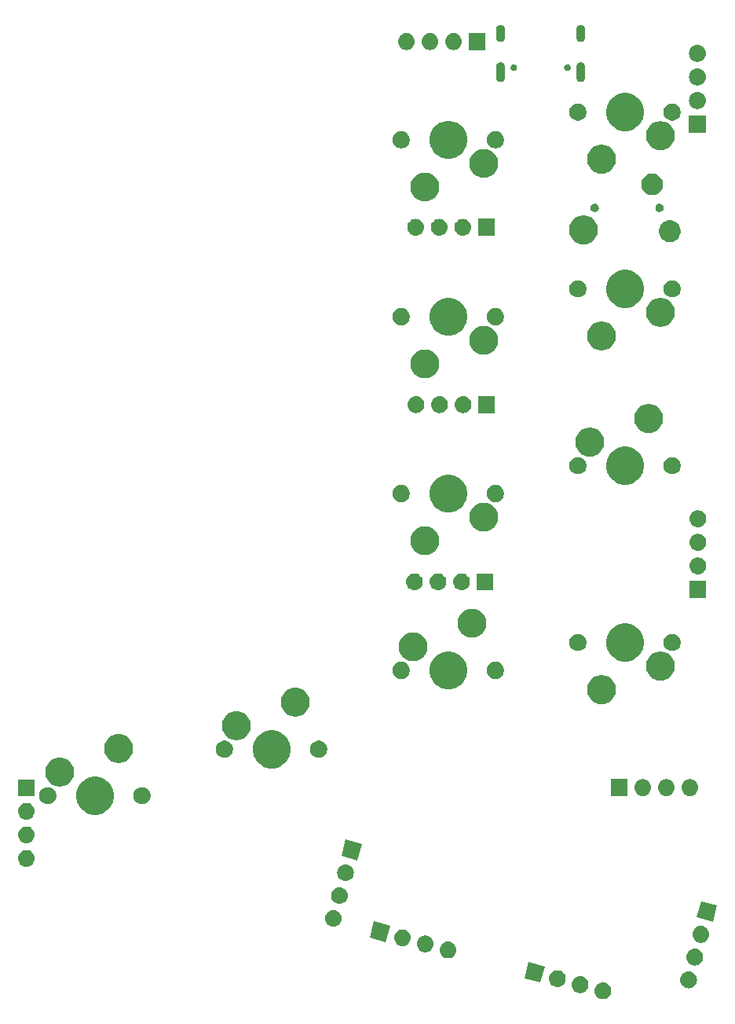
<source format=gbr>
G04 #@! TF.GenerationSoftware,KiCad,Pcbnew,(5.1.4)-1*
G04 #@! TF.CreationDate,2023-02-10T21:16:47-05:00*
G04 #@! TF.ProjectId,ThumbsUp,5468756d-6273-4557-902e-6b696361645f,rev?*
G04 #@! TF.SameCoordinates,Original*
G04 #@! TF.FileFunction,Soldermask,Top*
G04 #@! TF.FilePolarity,Negative*
%FSLAX46Y46*%
G04 Gerber Fmt 4.6, Leading zero omitted, Abs format (unit mm)*
G04 Created by KiCad (PCBNEW (5.1.4)-1) date 2023-02-10 21:16:47*
%MOMM*%
%LPD*%
G04 APERTURE LIST*
%ADD10C,0.100000*%
G04 APERTURE END LIST*
D10*
G36*
X118803587Y-472190671D02*
G01*
X118869772Y-472197190D01*
X119039611Y-472248710D01*
X119196136Y-472332375D01*
X119231874Y-472361705D01*
X119333331Y-472444967D01*
X119416593Y-472546424D01*
X119445923Y-472582162D01*
X119529588Y-472738687D01*
X119581108Y-472908526D01*
X119598504Y-473085153D01*
X119581108Y-473261780D01*
X119529588Y-473431619D01*
X119445923Y-473588144D01*
X119416593Y-473623882D01*
X119333331Y-473725339D01*
X119231874Y-473808601D01*
X119196136Y-473837931D01*
X119039611Y-473921596D01*
X118869772Y-473973116D01*
X118803587Y-473979635D01*
X118737405Y-473986153D01*
X118648885Y-473986153D01*
X118582703Y-473979635D01*
X118516518Y-473973116D01*
X118346679Y-473921596D01*
X118190154Y-473837931D01*
X118154416Y-473808601D01*
X118052959Y-473725339D01*
X117969697Y-473623882D01*
X117940367Y-473588144D01*
X117856702Y-473431619D01*
X117805182Y-473261780D01*
X117787786Y-473085153D01*
X117805182Y-472908526D01*
X117856702Y-472738687D01*
X117940367Y-472582162D01*
X117969697Y-472546424D01*
X118052959Y-472444967D01*
X118154416Y-472361705D01*
X118190154Y-472332375D01*
X118346679Y-472248710D01*
X118516518Y-472197190D01*
X118582703Y-472190671D01*
X118648885Y-472184153D01*
X118737405Y-472184153D01*
X118803587Y-472190671D01*
X118803587Y-472190671D01*
G37*
G36*
X116350136Y-471533272D02*
G01*
X116416320Y-471539790D01*
X116586159Y-471591310D01*
X116742684Y-471674975D01*
X116778422Y-471704305D01*
X116879879Y-471787567D01*
X116963141Y-471889024D01*
X116992471Y-471924762D01*
X117076136Y-472081287D01*
X117127656Y-472251126D01*
X117145052Y-472427753D01*
X117127656Y-472604380D01*
X117076136Y-472774219D01*
X116992471Y-472930744D01*
X116963141Y-472966482D01*
X116879879Y-473067939D01*
X116778422Y-473151201D01*
X116742684Y-473180531D01*
X116586159Y-473264196D01*
X116416320Y-473315716D01*
X116350135Y-473322235D01*
X116283953Y-473328753D01*
X116195433Y-473328753D01*
X116129251Y-473322235D01*
X116063066Y-473315716D01*
X115893227Y-473264196D01*
X115736702Y-473180531D01*
X115700964Y-473151201D01*
X115599507Y-473067939D01*
X115516245Y-472966482D01*
X115486915Y-472930744D01*
X115403250Y-472774219D01*
X115351730Y-472604380D01*
X115334334Y-472427753D01*
X115351730Y-472251126D01*
X115403250Y-472081287D01*
X115486915Y-471924762D01*
X115516245Y-471889024D01*
X115599507Y-471787567D01*
X115700964Y-471704305D01*
X115736702Y-471674975D01*
X115893227Y-471591310D01*
X116063066Y-471539790D01*
X116129250Y-471533272D01*
X116195433Y-471526753D01*
X116283953Y-471526753D01*
X116350136Y-471533272D01*
X116350136Y-471533272D01*
G37*
G36*
X128034119Y-471017573D02*
G01*
X128109416Y-471024989D01*
X128279255Y-471076509D01*
X128435780Y-471160174D01*
X128471518Y-471189504D01*
X128572975Y-471272766D01*
X128656237Y-471374223D01*
X128685567Y-471409961D01*
X128769232Y-471566486D01*
X128820752Y-471736325D01*
X128838148Y-471912952D01*
X128820752Y-472089579D01*
X128769232Y-472259418D01*
X128685567Y-472415943D01*
X128661747Y-472444967D01*
X128572975Y-472553138D01*
X128471518Y-472636400D01*
X128435780Y-472665730D01*
X128279255Y-472749395D01*
X128109416Y-472800915D01*
X128043232Y-472807433D01*
X127977049Y-472813952D01*
X127888529Y-472813952D01*
X127822346Y-472807433D01*
X127756162Y-472800915D01*
X127586323Y-472749395D01*
X127429798Y-472665730D01*
X127394060Y-472636400D01*
X127292603Y-472553138D01*
X127203831Y-472444967D01*
X127180011Y-472415943D01*
X127096346Y-472259418D01*
X127044826Y-472089579D01*
X127027430Y-471912952D01*
X127044826Y-471736325D01*
X127096346Y-471566486D01*
X127180011Y-471409961D01*
X127209341Y-471374223D01*
X127292603Y-471272766D01*
X127394060Y-471189504D01*
X127429798Y-471160174D01*
X127586323Y-471076509D01*
X127756162Y-471024989D01*
X127831459Y-471017573D01*
X127888529Y-471011952D01*
X127977049Y-471011952D01*
X128034119Y-471017573D01*
X128034119Y-471017573D01*
G37*
G36*
X113896685Y-470875871D02*
G01*
X113962869Y-470882389D01*
X114132708Y-470933909D01*
X114289233Y-471017574D01*
X114298268Y-471024989D01*
X114426428Y-471130166D01*
X114509690Y-471231623D01*
X114539020Y-471267361D01*
X114622685Y-471423886D01*
X114674205Y-471593725D01*
X114691601Y-471770352D01*
X114674205Y-471946979D01*
X114622685Y-472116818D01*
X114539020Y-472273343D01*
X114509690Y-472309081D01*
X114426428Y-472410538D01*
X114324971Y-472493800D01*
X114289233Y-472523130D01*
X114132708Y-472606795D01*
X113962869Y-472658315D01*
X113896684Y-472664834D01*
X113830502Y-472671352D01*
X113741982Y-472671352D01*
X113675800Y-472664834D01*
X113609615Y-472658315D01*
X113439776Y-472606795D01*
X113283251Y-472523130D01*
X113247513Y-472493800D01*
X113146056Y-472410538D01*
X113062794Y-472309081D01*
X113033464Y-472273343D01*
X112949799Y-472116818D01*
X112898279Y-471946979D01*
X112880883Y-471770352D01*
X112898279Y-471593725D01*
X112949799Y-471423886D01*
X113033464Y-471267361D01*
X113062794Y-471231623D01*
X113146056Y-471130166D01*
X113274216Y-471024989D01*
X113283251Y-471017574D01*
X113439776Y-470933909D01*
X113609615Y-470882389D01*
X113675799Y-470875871D01*
X113741982Y-470869352D01*
X113830502Y-470869352D01*
X113896685Y-470875871D01*
X113896685Y-470875871D01*
G37*
G36*
X112436285Y-470475849D02*
G01*
X111969893Y-472216447D01*
X110229295Y-471750055D01*
X110695687Y-470009457D01*
X112436285Y-470475849D01*
X112436285Y-470475849D01*
G37*
G36*
X128700632Y-468565019D02*
G01*
X128766816Y-468571537D01*
X128936655Y-468623057D01*
X129093180Y-468706722D01*
X129128918Y-468736052D01*
X129230375Y-468819314D01*
X129309490Y-468915717D01*
X129342967Y-468956509D01*
X129426632Y-469113034D01*
X129478152Y-469282873D01*
X129495548Y-469459500D01*
X129478152Y-469636127D01*
X129426632Y-469805966D01*
X129342967Y-469962491D01*
X129313637Y-469998229D01*
X129230375Y-470099686D01*
X129128918Y-470182948D01*
X129093180Y-470212278D01*
X128936655Y-470295943D01*
X128766816Y-470347463D01*
X128700632Y-470353981D01*
X128634449Y-470360500D01*
X128545929Y-470360500D01*
X128479746Y-470353981D01*
X128413562Y-470347463D01*
X128243723Y-470295943D01*
X128087198Y-470212278D01*
X128051460Y-470182948D01*
X127950003Y-470099686D01*
X127866741Y-469998229D01*
X127837411Y-469962491D01*
X127753746Y-469805966D01*
X127702226Y-469636127D01*
X127684830Y-469459500D01*
X127702226Y-469282873D01*
X127753746Y-469113034D01*
X127837411Y-468956509D01*
X127870888Y-468915717D01*
X127950003Y-468819314D01*
X128051460Y-468736052D01*
X128087198Y-468706722D01*
X128243723Y-468623057D01*
X128413562Y-468571537D01*
X128479746Y-468565019D01*
X128545929Y-468558500D01*
X128634449Y-468558500D01*
X128700632Y-468565019D01*
X128700632Y-468565019D01*
G37*
G36*
X102103586Y-467790672D02*
G01*
X102169771Y-467797191D01*
X102339610Y-467848711D01*
X102496135Y-467932376D01*
X102531873Y-467961706D01*
X102633330Y-468044968D01*
X102716592Y-468146425D01*
X102745922Y-468182163D01*
X102829587Y-468338688D01*
X102881107Y-468508527D01*
X102898503Y-468685154D01*
X102881107Y-468861781D01*
X102829587Y-469031620D01*
X102745922Y-469188145D01*
X102716592Y-469223883D01*
X102633330Y-469325340D01*
X102531873Y-469408602D01*
X102496135Y-469437932D01*
X102339610Y-469521597D01*
X102169771Y-469573117D01*
X102103586Y-469579636D01*
X102037404Y-469586154D01*
X101948884Y-469586154D01*
X101882702Y-469579636D01*
X101816517Y-469573117D01*
X101646678Y-469521597D01*
X101490153Y-469437932D01*
X101454415Y-469408602D01*
X101352958Y-469325340D01*
X101269696Y-469223883D01*
X101240366Y-469188145D01*
X101156701Y-469031620D01*
X101105181Y-468861781D01*
X101087785Y-468685154D01*
X101105181Y-468508527D01*
X101156701Y-468338688D01*
X101240366Y-468182163D01*
X101269696Y-468146425D01*
X101352958Y-468044968D01*
X101454415Y-467961706D01*
X101490153Y-467932376D01*
X101646678Y-467848711D01*
X101816517Y-467797191D01*
X101882702Y-467790672D01*
X101948884Y-467784154D01*
X102037404Y-467784154D01*
X102103586Y-467790672D01*
X102103586Y-467790672D01*
G37*
G36*
X99650134Y-467133272D02*
G01*
X99716319Y-467139791D01*
X99886158Y-467191311D01*
X100042683Y-467274976D01*
X100078421Y-467304306D01*
X100179878Y-467387568D01*
X100263140Y-467489025D01*
X100292470Y-467524763D01*
X100376135Y-467681288D01*
X100427655Y-467851127D01*
X100445051Y-468027754D01*
X100427655Y-468204381D01*
X100376135Y-468374220D01*
X100292470Y-468530745D01*
X100269692Y-468558500D01*
X100179878Y-468667940D01*
X100078421Y-468751202D01*
X100042683Y-468780532D01*
X99886158Y-468864197D01*
X99716319Y-468915717D01*
X99650134Y-468922236D01*
X99583952Y-468928754D01*
X99495432Y-468928754D01*
X99429250Y-468922236D01*
X99363065Y-468915717D01*
X99193226Y-468864197D01*
X99036701Y-468780532D01*
X99000963Y-468751202D01*
X98899506Y-468667940D01*
X98809692Y-468558500D01*
X98786914Y-468530745D01*
X98703249Y-468374220D01*
X98651729Y-468204381D01*
X98634333Y-468027754D01*
X98651729Y-467851127D01*
X98703249Y-467681288D01*
X98786914Y-467524763D01*
X98816244Y-467489025D01*
X98899506Y-467387568D01*
X99000963Y-467304306D01*
X99036701Y-467274976D01*
X99193226Y-467191311D01*
X99363065Y-467139791D01*
X99429250Y-467133272D01*
X99495432Y-467126754D01*
X99583952Y-467126754D01*
X99650134Y-467133272D01*
X99650134Y-467133272D01*
G37*
G36*
X97196683Y-466475871D02*
G01*
X97262868Y-466482390D01*
X97432707Y-466533910D01*
X97589232Y-466617575D01*
X97624970Y-466646905D01*
X97726427Y-466730167D01*
X97807882Y-466829422D01*
X97839019Y-466867362D01*
X97922684Y-467023887D01*
X97974204Y-467193726D01*
X97991600Y-467370353D01*
X97974204Y-467546980D01*
X97922684Y-467716819D01*
X97839019Y-467873344D01*
X97822057Y-467894012D01*
X97726427Y-468010539D01*
X97624970Y-468093801D01*
X97589232Y-468123131D01*
X97432707Y-468206796D01*
X97262868Y-468258316D01*
X97196683Y-468264835D01*
X97130501Y-468271353D01*
X97041981Y-468271353D01*
X96975799Y-468264835D01*
X96909614Y-468258316D01*
X96739775Y-468206796D01*
X96583250Y-468123131D01*
X96547512Y-468093801D01*
X96446055Y-468010539D01*
X96350425Y-467894012D01*
X96333463Y-467873344D01*
X96249798Y-467716819D01*
X96198278Y-467546980D01*
X96180882Y-467370353D01*
X96198278Y-467193726D01*
X96249798Y-467023887D01*
X96333463Y-466867362D01*
X96364600Y-466829422D01*
X96446055Y-466730167D01*
X96547512Y-466646905D01*
X96583250Y-466617575D01*
X96739775Y-466533910D01*
X96909614Y-466482390D01*
X96975799Y-466475871D01*
X97041981Y-466469353D01*
X97130501Y-466469353D01*
X97196683Y-466475871D01*
X97196683Y-466475871D01*
G37*
G36*
X129358033Y-466111568D02*
G01*
X129424217Y-466118086D01*
X129594056Y-466169606D01*
X129750581Y-466253271D01*
X129786319Y-466282601D01*
X129887776Y-466365863D01*
X129971038Y-466467320D01*
X130000368Y-466503058D01*
X130084033Y-466659583D01*
X130135553Y-466829422D01*
X130152949Y-467006049D01*
X130135553Y-467182676D01*
X130084033Y-467352515D01*
X130000368Y-467509040D01*
X129971038Y-467544778D01*
X129887776Y-467646235D01*
X129801768Y-467716819D01*
X129750581Y-467758827D01*
X129594056Y-467842492D01*
X129424217Y-467894012D01*
X129358033Y-467900530D01*
X129291850Y-467907049D01*
X129203330Y-467907049D01*
X129137147Y-467900530D01*
X129070963Y-467894012D01*
X128901124Y-467842492D01*
X128744599Y-467758827D01*
X128693412Y-467716819D01*
X128607404Y-467646235D01*
X128524142Y-467544778D01*
X128494812Y-467509040D01*
X128411147Y-467352515D01*
X128359627Y-467182676D01*
X128342231Y-467006049D01*
X128359627Y-466829422D01*
X128411147Y-466659583D01*
X128494812Y-466503058D01*
X128524142Y-466467320D01*
X128607404Y-466365863D01*
X128708861Y-466282601D01*
X128744599Y-466253271D01*
X128901124Y-466169606D01*
X129070963Y-466118086D01*
X129137147Y-466111568D01*
X129203330Y-466105049D01*
X129291850Y-466105049D01*
X129358033Y-466111568D01*
X129358033Y-466111568D01*
G37*
G36*
X95736284Y-466075850D02*
G01*
X95269892Y-467816448D01*
X93529294Y-467350056D01*
X93995686Y-465609458D01*
X95736284Y-466075850D01*
X95736284Y-466075850D01*
G37*
G36*
X89738399Y-464377339D02*
G01*
X89804583Y-464383857D01*
X89974422Y-464435377D01*
X90130947Y-464519042D01*
X90166685Y-464548372D01*
X90268142Y-464631634D01*
X90351404Y-464733091D01*
X90380734Y-464768829D01*
X90464399Y-464925354D01*
X90515919Y-465095193D01*
X90533315Y-465271820D01*
X90515919Y-465448447D01*
X90464399Y-465618286D01*
X90380734Y-465774811D01*
X90351404Y-465810549D01*
X90268142Y-465912006D01*
X90166685Y-465995268D01*
X90130947Y-466024598D01*
X89974422Y-466108263D01*
X89804583Y-466159783D01*
X89738398Y-466166302D01*
X89672216Y-466172820D01*
X89583696Y-466172820D01*
X89517514Y-466166302D01*
X89451329Y-466159783D01*
X89281490Y-466108263D01*
X89124965Y-466024598D01*
X89089227Y-465995268D01*
X88987770Y-465912006D01*
X88904508Y-465810549D01*
X88875178Y-465774811D01*
X88791513Y-465618286D01*
X88739993Y-465448447D01*
X88722597Y-465271820D01*
X88739993Y-465095193D01*
X88791513Y-464925354D01*
X88875178Y-464768829D01*
X88904508Y-464733091D01*
X88987770Y-464631634D01*
X89089227Y-464548372D01*
X89124965Y-464519042D01*
X89281490Y-464435377D01*
X89451329Y-464383857D01*
X89517513Y-464377339D01*
X89583696Y-464370820D01*
X89672216Y-464370820D01*
X89738399Y-464377339D01*
X89738399Y-464377339D01*
G37*
G36*
X131008485Y-463915494D02*
G01*
X130542093Y-465656092D01*
X128801495Y-465189700D01*
X129267887Y-463449102D01*
X131008485Y-463915494D01*
X131008485Y-463915494D01*
G37*
G36*
X90395799Y-461923887D02*
G01*
X90461983Y-461930405D01*
X90631822Y-461981925D01*
X90788347Y-462065590D01*
X90824085Y-462094920D01*
X90925542Y-462178182D01*
X91008804Y-462279639D01*
X91038134Y-462315377D01*
X91121799Y-462471902D01*
X91173319Y-462641741D01*
X91190715Y-462818368D01*
X91173319Y-462994995D01*
X91121799Y-463164834D01*
X91038134Y-463321359D01*
X91008804Y-463357097D01*
X90925542Y-463458554D01*
X90824085Y-463541816D01*
X90788347Y-463571146D01*
X90631822Y-463654811D01*
X90461983Y-463706331D01*
X90395799Y-463712849D01*
X90329616Y-463719368D01*
X90241096Y-463719368D01*
X90174913Y-463712849D01*
X90108729Y-463706331D01*
X89938890Y-463654811D01*
X89782365Y-463571146D01*
X89746627Y-463541816D01*
X89645170Y-463458554D01*
X89561908Y-463357097D01*
X89532578Y-463321359D01*
X89448913Y-463164834D01*
X89397393Y-462994995D01*
X89379997Y-462818368D01*
X89397393Y-462641741D01*
X89448913Y-462471902D01*
X89532578Y-462315377D01*
X89561908Y-462279639D01*
X89645170Y-462178182D01*
X89746627Y-462094920D01*
X89782365Y-462065590D01*
X89938890Y-461981925D01*
X90108729Y-461930405D01*
X90174913Y-461923887D01*
X90241096Y-461917368D01*
X90329616Y-461917368D01*
X90395799Y-461923887D01*
X90395799Y-461923887D01*
G37*
G36*
X91053200Y-459470436D02*
G01*
X91119384Y-459476954D01*
X91289223Y-459528474D01*
X91445748Y-459612139D01*
X91481486Y-459641469D01*
X91582943Y-459724731D01*
X91666205Y-459826188D01*
X91695535Y-459861926D01*
X91779200Y-460018451D01*
X91830720Y-460188290D01*
X91848116Y-460364917D01*
X91830720Y-460541544D01*
X91779200Y-460711383D01*
X91695535Y-460867908D01*
X91666205Y-460903646D01*
X91582943Y-461005103D01*
X91481486Y-461088365D01*
X91445748Y-461117695D01*
X91289223Y-461201360D01*
X91119384Y-461252880D01*
X91053200Y-461259398D01*
X90987017Y-461265917D01*
X90898497Y-461265917D01*
X90832314Y-461259398D01*
X90766130Y-461252880D01*
X90596291Y-461201360D01*
X90439766Y-461117695D01*
X90404028Y-461088365D01*
X90302571Y-461005103D01*
X90219309Y-460903646D01*
X90189979Y-460867908D01*
X90106314Y-460711383D01*
X90054794Y-460541544D01*
X90037398Y-460364917D01*
X90054794Y-460188290D01*
X90106314Y-460018451D01*
X90189979Y-459861926D01*
X90219309Y-459826188D01*
X90302571Y-459724731D01*
X90404028Y-459641469D01*
X90439766Y-459612139D01*
X90596291Y-459528474D01*
X90766130Y-459476954D01*
X90832314Y-459470436D01*
X90898497Y-459463917D01*
X90987017Y-459463917D01*
X91053200Y-459470436D01*
X91053200Y-459470436D01*
G37*
G36*
X56643231Y-457918470D02*
G01*
X56709416Y-457924989D01*
X56879255Y-457976509D01*
X57035780Y-458060174D01*
X57071518Y-458089504D01*
X57172975Y-458172766D01*
X57256237Y-458274223D01*
X57285567Y-458309961D01*
X57369232Y-458466486D01*
X57420752Y-458636325D01*
X57438148Y-458812952D01*
X57420752Y-458989579D01*
X57369232Y-459159418D01*
X57285567Y-459315943D01*
X57256237Y-459351681D01*
X57172975Y-459453138D01*
X57081176Y-459528474D01*
X57035780Y-459565730D01*
X56879255Y-459649395D01*
X56709416Y-459700915D01*
X56643232Y-459707433D01*
X56577049Y-459713952D01*
X56488529Y-459713952D01*
X56422346Y-459707433D01*
X56356162Y-459700915D01*
X56186323Y-459649395D01*
X56029798Y-459565730D01*
X55984402Y-459528474D01*
X55892603Y-459453138D01*
X55809341Y-459351681D01*
X55780011Y-459315943D01*
X55696346Y-459159418D01*
X55644826Y-458989579D01*
X55627430Y-458812952D01*
X55644826Y-458636325D01*
X55696346Y-458466486D01*
X55780011Y-458309961D01*
X55809341Y-458274223D01*
X55892603Y-458172766D01*
X55994060Y-458089504D01*
X56029798Y-458060174D01*
X56186323Y-457976509D01*
X56356162Y-457924989D01*
X56422347Y-457918470D01*
X56488529Y-457911952D01*
X56577049Y-457911952D01*
X56643231Y-457918470D01*
X56643231Y-457918470D01*
G37*
G36*
X92703652Y-457274362D02*
G01*
X92237260Y-459014960D01*
X90496662Y-458548568D01*
X90963054Y-456807970D01*
X92703652Y-457274362D01*
X92703652Y-457274362D01*
G37*
G36*
X56643231Y-455378470D02*
G01*
X56709416Y-455384989D01*
X56879255Y-455436509D01*
X57035780Y-455520174D01*
X57071518Y-455549504D01*
X57172975Y-455632766D01*
X57256237Y-455734223D01*
X57285567Y-455769961D01*
X57369232Y-455926486D01*
X57420752Y-456096325D01*
X57438148Y-456272952D01*
X57420752Y-456449579D01*
X57369232Y-456619418D01*
X57285567Y-456775943D01*
X57259283Y-456807970D01*
X57172975Y-456913138D01*
X57071518Y-456996400D01*
X57035780Y-457025730D01*
X56879255Y-457109395D01*
X56709416Y-457160915D01*
X56643231Y-457167434D01*
X56577049Y-457173952D01*
X56488529Y-457173952D01*
X56422347Y-457167434D01*
X56356162Y-457160915D01*
X56186323Y-457109395D01*
X56029798Y-457025730D01*
X55994060Y-456996400D01*
X55892603Y-456913138D01*
X55806295Y-456807970D01*
X55780011Y-456775943D01*
X55696346Y-456619418D01*
X55644826Y-456449579D01*
X55627430Y-456272952D01*
X55644826Y-456096325D01*
X55696346Y-455926486D01*
X55780011Y-455769961D01*
X55809341Y-455734223D01*
X55892603Y-455632766D01*
X55994060Y-455549504D01*
X56029798Y-455520174D01*
X56186323Y-455436509D01*
X56356162Y-455384989D01*
X56422347Y-455378470D01*
X56488529Y-455371952D01*
X56577049Y-455371952D01*
X56643231Y-455378470D01*
X56643231Y-455378470D01*
G37*
G36*
X56643232Y-452838471D02*
G01*
X56709416Y-452844989D01*
X56879255Y-452896509D01*
X57035780Y-452980174D01*
X57071518Y-453009504D01*
X57172975Y-453092766D01*
X57256237Y-453194223D01*
X57285567Y-453229961D01*
X57369232Y-453386486D01*
X57420752Y-453556325D01*
X57438148Y-453732952D01*
X57420752Y-453909579D01*
X57369232Y-454079418D01*
X57285567Y-454235943D01*
X57256237Y-454271681D01*
X57172975Y-454373138D01*
X57071518Y-454456400D01*
X57035780Y-454485730D01*
X56879255Y-454569395D01*
X56709416Y-454620915D01*
X56643232Y-454627433D01*
X56577049Y-454633952D01*
X56488529Y-454633952D01*
X56422346Y-454627433D01*
X56356162Y-454620915D01*
X56186323Y-454569395D01*
X56029798Y-454485730D01*
X55994060Y-454456400D01*
X55892603Y-454373138D01*
X55809341Y-454271681D01*
X55780011Y-454235943D01*
X55696346Y-454079418D01*
X55644826Y-453909579D01*
X55627430Y-453732952D01*
X55644826Y-453556325D01*
X55696346Y-453386486D01*
X55780011Y-453229961D01*
X55809341Y-453194223D01*
X55892603Y-453092766D01*
X55994060Y-453009504D01*
X56029798Y-452980174D01*
X56186323Y-452896509D01*
X56356162Y-452844989D01*
X56422346Y-452838471D01*
X56488529Y-452831952D01*
X56577049Y-452831952D01*
X56643232Y-452838471D01*
X56643232Y-452838471D01*
G37*
G36*
X64529263Y-450096636D02*
G01*
X64747263Y-450186935D01*
X64901412Y-450250785D01*
X65236337Y-450474575D01*
X65521166Y-450759404D01*
X65744956Y-451094329D01*
X65806264Y-451242341D01*
X65899105Y-451466478D01*
X65977689Y-451861546D01*
X65977689Y-452264358D01*
X65899105Y-452659426D01*
X65848240Y-452782224D01*
X65744956Y-453031575D01*
X65521166Y-453366500D01*
X65236337Y-453651329D01*
X64901412Y-453875119D01*
X64747263Y-453938969D01*
X64529263Y-454029268D01*
X64134195Y-454107852D01*
X63731383Y-454107852D01*
X63336315Y-454029268D01*
X63118315Y-453938969D01*
X62964166Y-453875119D01*
X62629241Y-453651329D01*
X62344412Y-453366500D01*
X62120622Y-453031575D01*
X62017338Y-452782224D01*
X61966473Y-452659426D01*
X61887889Y-452264358D01*
X61887889Y-451861546D01*
X61966473Y-451466478D01*
X62059314Y-451242341D01*
X62120622Y-451094329D01*
X62344412Y-450759404D01*
X62629241Y-450474575D01*
X62964166Y-450250785D01*
X63118315Y-450186935D01*
X63336315Y-450096636D01*
X63731383Y-450018052D01*
X64134195Y-450018052D01*
X64529263Y-450096636D01*
X64529263Y-450096636D01*
G37*
G36*
X69282893Y-451172537D02*
G01*
X69451415Y-451242341D01*
X69603080Y-451343680D01*
X69732061Y-451472661D01*
X69833400Y-451624326D01*
X69903204Y-451792848D01*
X69938789Y-451971749D01*
X69938789Y-452154155D01*
X69903204Y-452333056D01*
X69833400Y-452501578D01*
X69732061Y-452653243D01*
X69603080Y-452782224D01*
X69451415Y-452883563D01*
X69282893Y-452953367D01*
X69103992Y-452988952D01*
X68921586Y-452988952D01*
X68742685Y-452953367D01*
X68574163Y-452883563D01*
X68422498Y-452782224D01*
X68293517Y-452653243D01*
X68192178Y-452501578D01*
X68122374Y-452333056D01*
X68086789Y-452154155D01*
X68086789Y-451971749D01*
X68122374Y-451792848D01*
X68192178Y-451624326D01*
X68293517Y-451472661D01*
X68422498Y-451343680D01*
X68574163Y-451242341D01*
X68742685Y-451172537D01*
X68921586Y-451136952D01*
X69103992Y-451136952D01*
X69282893Y-451172537D01*
X69282893Y-451172537D01*
G37*
G36*
X59122893Y-451172537D02*
G01*
X59291415Y-451242341D01*
X59443080Y-451343680D01*
X59572061Y-451472661D01*
X59673400Y-451624326D01*
X59743204Y-451792848D01*
X59778789Y-451971749D01*
X59778789Y-452154155D01*
X59743204Y-452333056D01*
X59673400Y-452501578D01*
X59572061Y-452653243D01*
X59443080Y-452782224D01*
X59291415Y-452883563D01*
X59122893Y-452953367D01*
X58943992Y-452988952D01*
X58761586Y-452988952D01*
X58582685Y-452953367D01*
X58414163Y-452883563D01*
X58262498Y-452782224D01*
X58133517Y-452653243D01*
X58032178Y-452501578D01*
X57962374Y-452333056D01*
X57926789Y-452154155D01*
X57926789Y-451971749D01*
X57962374Y-451792848D01*
X58032178Y-451624326D01*
X58133517Y-451472661D01*
X58262498Y-451343680D01*
X58414163Y-451242341D01*
X58582685Y-451172537D01*
X58761586Y-451136952D01*
X58943992Y-451136952D01*
X59122893Y-451172537D01*
X59122893Y-451172537D01*
G37*
G36*
X57433789Y-452093952D02*
G01*
X55631789Y-452093952D01*
X55631789Y-450291952D01*
X57433789Y-450291952D01*
X57433789Y-452093952D01*
X57433789Y-452093952D01*
G37*
G36*
X128178870Y-450286840D02*
G01*
X128245055Y-450293359D01*
X128414894Y-450344879D01*
X128571419Y-450428544D01*
X128607157Y-450457874D01*
X128708614Y-450541136D01*
X128791876Y-450642593D01*
X128821206Y-450678331D01*
X128904871Y-450834856D01*
X128956391Y-451004695D01*
X128973787Y-451181322D01*
X128956391Y-451357949D01*
X128904871Y-451527788D01*
X128821206Y-451684313D01*
X128791876Y-451720051D01*
X128708614Y-451821508D01*
X128607157Y-451904770D01*
X128571419Y-451934100D01*
X128414894Y-452017765D01*
X128245055Y-452069285D01*
X128178871Y-452075803D01*
X128112688Y-452082322D01*
X128024168Y-452082322D01*
X127957985Y-452075803D01*
X127891801Y-452069285D01*
X127721962Y-452017765D01*
X127565437Y-451934100D01*
X127529699Y-451904770D01*
X127428242Y-451821508D01*
X127344980Y-451720051D01*
X127315650Y-451684313D01*
X127231985Y-451527788D01*
X127180465Y-451357949D01*
X127163069Y-451181322D01*
X127180465Y-451004695D01*
X127231985Y-450834856D01*
X127315650Y-450678331D01*
X127344980Y-450642593D01*
X127428242Y-450541136D01*
X127529699Y-450457874D01*
X127565437Y-450428544D01*
X127721962Y-450344879D01*
X127891801Y-450293359D01*
X127957986Y-450286840D01*
X128024168Y-450280322D01*
X128112688Y-450280322D01*
X128178870Y-450286840D01*
X128178870Y-450286840D01*
G37*
G36*
X125638870Y-450286840D02*
G01*
X125705055Y-450293359D01*
X125874894Y-450344879D01*
X126031419Y-450428544D01*
X126067157Y-450457874D01*
X126168614Y-450541136D01*
X126251876Y-450642593D01*
X126281206Y-450678331D01*
X126364871Y-450834856D01*
X126416391Y-451004695D01*
X126433787Y-451181322D01*
X126416391Y-451357949D01*
X126364871Y-451527788D01*
X126281206Y-451684313D01*
X126251876Y-451720051D01*
X126168614Y-451821508D01*
X126067157Y-451904770D01*
X126031419Y-451934100D01*
X125874894Y-452017765D01*
X125705055Y-452069285D01*
X125638871Y-452075803D01*
X125572688Y-452082322D01*
X125484168Y-452082322D01*
X125417985Y-452075803D01*
X125351801Y-452069285D01*
X125181962Y-452017765D01*
X125025437Y-451934100D01*
X124989699Y-451904770D01*
X124888242Y-451821508D01*
X124804980Y-451720051D01*
X124775650Y-451684313D01*
X124691985Y-451527788D01*
X124640465Y-451357949D01*
X124623069Y-451181322D01*
X124640465Y-451004695D01*
X124691985Y-450834856D01*
X124775650Y-450678331D01*
X124804980Y-450642593D01*
X124888242Y-450541136D01*
X124989699Y-450457874D01*
X125025437Y-450428544D01*
X125181962Y-450344879D01*
X125351801Y-450293359D01*
X125417986Y-450286840D01*
X125484168Y-450280322D01*
X125572688Y-450280322D01*
X125638870Y-450286840D01*
X125638870Y-450286840D01*
G37*
G36*
X123098870Y-450286840D02*
G01*
X123165055Y-450293359D01*
X123334894Y-450344879D01*
X123491419Y-450428544D01*
X123527157Y-450457874D01*
X123628614Y-450541136D01*
X123711876Y-450642593D01*
X123741206Y-450678331D01*
X123824871Y-450834856D01*
X123876391Y-451004695D01*
X123893787Y-451181322D01*
X123876391Y-451357949D01*
X123824871Y-451527788D01*
X123741206Y-451684313D01*
X123711876Y-451720051D01*
X123628614Y-451821508D01*
X123527157Y-451904770D01*
X123491419Y-451934100D01*
X123334894Y-452017765D01*
X123165055Y-452069285D01*
X123098871Y-452075803D01*
X123032688Y-452082322D01*
X122944168Y-452082322D01*
X122877985Y-452075803D01*
X122811801Y-452069285D01*
X122641962Y-452017765D01*
X122485437Y-451934100D01*
X122449699Y-451904770D01*
X122348242Y-451821508D01*
X122264980Y-451720051D01*
X122235650Y-451684313D01*
X122151985Y-451527788D01*
X122100465Y-451357949D01*
X122083069Y-451181322D01*
X122100465Y-451004695D01*
X122151985Y-450834856D01*
X122235650Y-450678331D01*
X122264980Y-450642593D01*
X122348242Y-450541136D01*
X122449699Y-450457874D01*
X122485437Y-450428544D01*
X122641962Y-450344879D01*
X122811801Y-450293359D01*
X122877986Y-450286840D01*
X122944168Y-450280322D01*
X123032688Y-450280322D01*
X123098870Y-450286840D01*
X123098870Y-450286840D01*
G37*
G36*
X121349428Y-452082322D02*
G01*
X119547428Y-452082322D01*
X119547428Y-450280322D01*
X121349428Y-450280322D01*
X121349428Y-452082322D01*
X121349428Y-452082322D01*
G37*
G36*
X60361019Y-447988953D02*
G01*
X60575199Y-448031556D01*
X60857463Y-448148473D01*
X61111494Y-448318211D01*
X61327530Y-448534247D01*
X61497268Y-448788278D01*
X61614185Y-449070542D01*
X61673789Y-449370192D01*
X61673789Y-449675712D01*
X61614185Y-449975362D01*
X61497268Y-450257626D01*
X61327530Y-450511657D01*
X61111494Y-450727693D01*
X60857463Y-450897431D01*
X60575199Y-451014348D01*
X60425374Y-451044150D01*
X60275550Y-451073952D01*
X59970028Y-451073952D01*
X59820204Y-451044150D01*
X59670379Y-451014348D01*
X59388115Y-450897431D01*
X59134084Y-450727693D01*
X58918048Y-450511657D01*
X58748310Y-450257626D01*
X58631393Y-449975362D01*
X58571789Y-449675712D01*
X58571789Y-449370192D01*
X58631393Y-449070542D01*
X58748310Y-448788278D01*
X58918048Y-448534247D01*
X59134084Y-448318211D01*
X59388115Y-448148473D01*
X59670379Y-448031556D01*
X59884559Y-447988953D01*
X59970028Y-447971952D01*
X60275550Y-447971952D01*
X60361019Y-447988953D01*
X60361019Y-447988953D01*
G37*
G36*
X83579263Y-445096637D02*
G01*
X83797263Y-445186936D01*
X83951412Y-445250786D01*
X84286337Y-445474576D01*
X84571166Y-445759405D01*
X84794956Y-446094330D01*
X84827351Y-446172539D01*
X84949105Y-446466479D01*
X85027689Y-446861547D01*
X85027689Y-447264359D01*
X84949105Y-447659427D01*
X84898240Y-447782225D01*
X84794956Y-448031576D01*
X84571166Y-448366501D01*
X84286337Y-448651330D01*
X83951412Y-448875120D01*
X83797263Y-448938970D01*
X83579263Y-449029269D01*
X83184195Y-449107853D01*
X82781383Y-449107853D01*
X82386315Y-449029269D01*
X82168315Y-448938970D01*
X82014166Y-448875120D01*
X81679241Y-448651330D01*
X81394412Y-448366501D01*
X81170622Y-448031576D01*
X81067338Y-447782225D01*
X81016473Y-447659427D01*
X80937889Y-447264359D01*
X80937889Y-446861547D01*
X81016473Y-446466479D01*
X81138227Y-446172539D01*
X81170622Y-446094330D01*
X81394412Y-445759405D01*
X81679241Y-445474576D01*
X82014166Y-445250786D01*
X82168315Y-445186936D01*
X82386315Y-445096637D01*
X82781383Y-445018053D01*
X83184195Y-445018053D01*
X83579263Y-445096637D01*
X83579263Y-445096637D01*
G37*
G36*
X66775374Y-445461754D02*
G01*
X66925199Y-445491556D01*
X67207463Y-445608473D01*
X67461494Y-445778211D01*
X67677530Y-445994247D01*
X67847268Y-446248278D01*
X67964185Y-446530542D01*
X68023789Y-446830192D01*
X68023789Y-447135712D01*
X67964185Y-447435362D01*
X67847268Y-447717626D01*
X67677530Y-447971657D01*
X67461494Y-448187693D01*
X67207463Y-448357431D01*
X66925199Y-448474348D01*
X66775374Y-448504150D01*
X66625550Y-448533952D01*
X66320028Y-448533952D01*
X66170204Y-448504150D01*
X66020379Y-448474348D01*
X65738115Y-448357431D01*
X65484084Y-448187693D01*
X65268048Y-447971657D01*
X65098310Y-447717626D01*
X64981393Y-447435362D01*
X64921789Y-447135712D01*
X64921789Y-446830192D01*
X64981393Y-446530542D01*
X65098310Y-446248278D01*
X65268048Y-445994247D01*
X65484084Y-445778211D01*
X65738115Y-445608473D01*
X66020379Y-445491556D01*
X66170204Y-445461754D01*
X66320028Y-445431952D01*
X66625550Y-445431952D01*
X66775374Y-445461754D01*
X66775374Y-445461754D01*
G37*
G36*
X88332893Y-446172538D02*
G01*
X88501415Y-446242342D01*
X88653080Y-446343681D01*
X88782061Y-446472662D01*
X88883400Y-446624327D01*
X88953204Y-446792849D01*
X88988789Y-446971750D01*
X88988789Y-447154156D01*
X88953204Y-447333057D01*
X88883400Y-447501579D01*
X88782061Y-447653244D01*
X88653080Y-447782225D01*
X88501415Y-447883564D01*
X88332893Y-447953368D01*
X88153992Y-447988953D01*
X87971586Y-447988953D01*
X87792685Y-447953368D01*
X87624163Y-447883564D01*
X87472498Y-447782225D01*
X87343517Y-447653244D01*
X87242178Y-447501579D01*
X87172374Y-447333057D01*
X87136789Y-447154156D01*
X87136789Y-446971750D01*
X87172374Y-446792849D01*
X87242178Y-446624327D01*
X87343517Y-446472662D01*
X87472498Y-446343681D01*
X87624163Y-446242342D01*
X87792685Y-446172538D01*
X87971586Y-446136953D01*
X88153992Y-446136953D01*
X88332893Y-446172538D01*
X88332893Y-446172538D01*
G37*
G36*
X78172893Y-446172538D02*
G01*
X78341415Y-446242342D01*
X78493080Y-446343681D01*
X78622061Y-446472662D01*
X78723400Y-446624327D01*
X78793204Y-446792849D01*
X78828789Y-446971750D01*
X78828789Y-447154156D01*
X78793204Y-447333057D01*
X78723400Y-447501579D01*
X78622061Y-447653244D01*
X78493080Y-447782225D01*
X78341415Y-447883564D01*
X78172893Y-447953368D01*
X77993992Y-447988953D01*
X77811586Y-447988953D01*
X77632685Y-447953368D01*
X77464163Y-447883564D01*
X77312498Y-447782225D01*
X77183517Y-447653244D01*
X77082178Y-447501579D01*
X77012374Y-447333057D01*
X76976789Y-447154156D01*
X76976789Y-446971750D01*
X77012374Y-446792849D01*
X77082178Y-446624327D01*
X77183517Y-446472662D01*
X77312498Y-446343681D01*
X77464163Y-446242342D01*
X77632685Y-446172538D01*
X77811586Y-446136953D01*
X77993992Y-446136953D01*
X78172893Y-446172538D01*
X78172893Y-446172538D01*
G37*
G36*
X79475374Y-443001755D02*
G01*
X79625199Y-443031557D01*
X79907463Y-443148474D01*
X80161494Y-443318212D01*
X80377530Y-443534248D01*
X80547268Y-443788279D01*
X80664185Y-444070543D01*
X80723789Y-444370193D01*
X80723789Y-444675713D01*
X80664185Y-444975363D01*
X80547268Y-445257627D01*
X80377530Y-445511658D01*
X80161494Y-445727694D01*
X79907463Y-445897432D01*
X79625199Y-446014349D01*
X79475374Y-446044151D01*
X79325550Y-446073953D01*
X79020028Y-446073953D01*
X78870204Y-446044151D01*
X78720379Y-446014349D01*
X78438115Y-445897432D01*
X78184084Y-445727694D01*
X77968048Y-445511658D01*
X77798310Y-445257627D01*
X77681393Y-444975363D01*
X77621789Y-444675713D01*
X77621789Y-444370193D01*
X77681393Y-444070543D01*
X77798310Y-443788279D01*
X77968048Y-443534248D01*
X78184084Y-443318212D01*
X78438115Y-443148474D01*
X78720379Y-443031557D01*
X78870204Y-443001755D01*
X79020028Y-442971953D01*
X79325550Y-442971953D01*
X79475374Y-443001755D01*
X79475374Y-443001755D01*
G37*
G36*
X85825374Y-440461755D02*
G01*
X85975199Y-440491557D01*
X86257463Y-440608474D01*
X86511494Y-440778212D01*
X86727530Y-440994248D01*
X86897268Y-441248279D01*
X87014185Y-441530543D01*
X87073789Y-441830193D01*
X87073789Y-442135713D01*
X87014185Y-442435363D01*
X86897268Y-442717627D01*
X86727530Y-442971658D01*
X86511494Y-443187694D01*
X86257463Y-443357432D01*
X85975199Y-443474349D01*
X85825374Y-443504151D01*
X85675550Y-443533953D01*
X85370028Y-443533953D01*
X85220204Y-443504151D01*
X85070379Y-443474349D01*
X84788115Y-443357432D01*
X84534084Y-443187694D01*
X84318048Y-442971658D01*
X84148310Y-442717627D01*
X84031393Y-442435363D01*
X83971789Y-442135713D01*
X83971789Y-441830193D01*
X84031393Y-441530543D01*
X84148310Y-441248279D01*
X84318048Y-440994248D01*
X84534084Y-440778212D01*
X84788115Y-440608474D01*
X85070379Y-440491557D01*
X85220204Y-440461755D01*
X85370028Y-440431953D01*
X85675550Y-440431953D01*
X85825374Y-440461755D01*
X85825374Y-440461755D01*
G37*
G36*
X118845374Y-439121754D02*
G01*
X118995199Y-439151556D01*
X119277463Y-439268473D01*
X119531494Y-439438211D01*
X119747530Y-439654247D01*
X119917268Y-439908278D01*
X120034185Y-440190542D01*
X120093789Y-440490192D01*
X120093789Y-440795712D01*
X120034185Y-441095362D01*
X119917268Y-441377626D01*
X119747530Y-441631657D01*
X119531494Y-441847693D01*
X119277463Y-442017431D01*
X118995199Y-442134348D01*
X118845374Y-442164150D01*
X118695550Y-442193952D01*
X118390028Y-442193952D01*
X118240204Y-442164150D01*
X118090379Y-442134348D01*
X117808115Y-442017431D01*
X117554084Y-441847693D01*
X117338048Y-441631657D01*
X117168310Y-441377626D01*
X117051393Y-441095362D01*
X116991789Y-440795712D01*
X116991789Y-440490192D01*
X117051393Y-440190542D01*
X117168310Y-439908278D01*
X117338048Y-439654247D01*
X117554084Y-439438211D01*
X117808115Y-439268473D01*
X118090379Y-439151556D01*
X118240204Y-439121754D01*
X118390028Y-439091952D01*
X118695550Y-439091952D01*
X118845374Y-439121754D01*
X118845374Y-439121754D01*
G37*
G36*
X102629264Y-436596636D02*
G01*
X102847264Y-436686935D01*
X103001413Y-436750785D01*
X103336338Y-436974575D01*
X103621167Y-437259404D01*
X103844957Y-437594329D01*
X103877352Y-437672538D01*
X103999106Y-437966478D01*
X104077690Y-438361546D01*
X104077690Y-438764358D01*
X103999106Y-439159426D01*
X103948241Y-439282224D01*
X103844957Y-439531575D01*
X103621167Y-439866500D01*
X103336338Y-440151329D01*
X103001413Y-440375119D01*
X102864203Y-440431953D01*
X102629264Y-440529268D01*
X102234196Y-440607852D01*
X101831384Y-440607852D01*
X101436316Y-440529268D01*
X101201377Y-440431953D01*
X101064167Y-440375119D01*
X100729242Y-440151329D01*
X100444413Y-439866500D01*
X100220623Y-439531575D01*
X100117339Y-439282224D01*
X100066474Y-439159426D01*
X99987890Y-438764358D01*
X99987890Y-438361546D01*
X100066474Y-437966478D01*
X100188228Y-437672538D01*
X100220623Y-437594329D01*
X100444413Y-437259404D01*
X100729242Y-436974575D01*
X101064167Y-436750785D01*
X101218316Y-436686935D01*
X101436316Y-436596636D01*
X101831384Y-436518052D01*
X102234196Y-436518052D01*
X102629264Y-436596636D01*
X102629264Y-436596636D01*
G37*
G36*
X125195374Y-436581754D02*
G01*
X125345199Y-436611556D01*
X125627463Y-436728473D01*
X125881494Y-436898211D01*
X126097530Y-437114247D01*
X126267268Y-437368278D01*
X126384185Y-437650542D01*
X126384185Y-437650543D01*
X126422603Y-437843680D01*
X126443789Y-437950192D01*
X126443789Y-438255712D01*
X126384185Y-438555362D01*
X126267268Y-438837626D01*
X126097530Y-439091657D01*
X125881494Y-439307693D01*
X125627463Y-439477431D01*
X125345199Y-439594348D01*
X125195374Y-439624150D01*
X125045550Y-439653952D01*
X124740028Y-439653952D01*
X124590204Y-439624150D01*
X124440379Y-439594348D01*
X124158115Y-439477431D01*
X123904084Y-439307693D01*
X123688048Y-439091657D01*
X123518310Y-438837626D01*
X123401393Y-438555362D01*
X123341789Y-438255712D01*
X123341789Y-437950192D01*
X123362976Y-437843680D01*
X123401393Y-437650543D01*
X123401393Y-437650542D01*
X123518310Y-437368278D01*
X123688048Y-437114247D01*
X123904084Y-436898211D01*
X124158115Y-436728473D01*
X124440379Y-436611556D01*
X124590204Y-436581754D01*
X124740028Y-436551952D01*
X125045550Y-436551952D01*
X125195374Y-436581754D01*
X125195374Y-436581754D01*
G37*
G36*
X107382894Y-437672537D02*
G01*
X107551416Y-437742341D01*
X107703081Y-437843680D01*
X107832062Y-437972661D01*
X107933401Y-438124326D01*
X108003205Y-438292848D01*
X108038790Y-438471749D01*
X108038790Y-438654155D01*
X108003205Y-438833056D01*
X107933401Y-439001578D01*
X107832062Y-439153243D01*
X107703081Y-439282224D01*
X107551416Y-439383563D01*
X107382894Y-439453367D01*
X107203993Y-439488952D01*
X107021587Y-439488952D01*
X106842686Y-439453367D01*
X106674164Y-439383563D01*
X106522499Y-439282224D01*
X106393518Y-439153243D01*
X106292179Y-439001578D01*
X106222375Y-438833056D01*
X106186790Y-438654155D01*
X106186790Y-438471749D01*
X106222375Y-438292848D01*
X106292179Y-438124326D01*
X106393518Y-437972661D01*
X106522499Y-437843680D01*
X106674164Y-437742341D01*
X106842686Y-437672537D01*
X107021587Y-437636952D01*
X107203993Y-437636952D01*
X107382894Y-437672537D01*
X107382894Y-437672537D01*
G37*
G36*
X97222894Y-437672537D02*
G01*
X97391416Y-437742341D01*
X97543081Y-437843680D01*
X97672062Y-437972661D01*
X97773401Y-438124326D01*
X97843205Y-438292848D01*
X97878790Y-438471749D01*
X97878790Y-438654155D01*
X97843205Y-438833056D01*
X97773401Y-439001578D01*
X97672062Y-439153243D01*
X97543081Y-439282224D01*
X97391416Y-439383563D01*
X97222894Y-439453367D01*
X97043993Y-439488952D01*
X96861587Y-439488952D01*
X96682686Y-439453367D01*
X96514164Y-439383563D01*
X96362499Y-439282224D01*
X96233518Y-439153243D01*
X96132179Y-439001578D01*
X96062375Y-438833056D01*
X96026790Y-438654155D01*
X96026790Y-438471749D01*
X96062375Y-438292848D01*
X96132179Y-438124326D01*
X96233518Y-437972661D01*
X96362499Y-437843680D01*
X96514164Y-437742341D01*
X96682686Y-437672537D01*
X96861587Y-437636952D01*
X97043993Y-437636952D01*
X97222894Y-437672537D01*
X97222894Y-437672537D01*
G37*
G36*
X121679263Y-433596636D02*
G01*
X121897263Y-433686935D01*
X122051412Y-433750785D01*
X122386337Y-433974575D01*
X122671166Y-434259404D01*
X122894956Y-434594329D01*
X122927351Y-434672538D01*
X123049105Y-434966478D01*
X123127689Y-435361546D01*
X123127689Y-435764358D01*
X123049105Y-436159426D01*
X122998240Y-436282224D01*
X122894956Y-436531575D01*
X122671166Y-436866500D01*
X122386337Y-437151329D01*
X122051412Y-437375119D01*
X121897263Y-437438969D01*
X121679263Y-437529268D01*
X121284195Y-437607852D01*
X120881383Y-437607852D01*
X120486315Y-437529268D01*
X120268315Y-437438969D01*
X120114166Y-437375119D01*
X119779241Y-437151329D01*
X119494412Y-436866500D01*
X119270622Y-436531575D01*
X119167338Y-436282224D01*
X119116473Y-436159426D01*
X119037889Y-435764358D01*
X119037889Y-435361546D01*
X119116473Y-434966478D01*
X119238227Y-434672538D01*
X119270622Y-434594329D01*
X119494412Y-434259404D01*
X119779241Y-433974575D01*
X120114166Y-433750785D01*
X120268315Y-433686935D01*
X120486315Y-433596636D01*
X120881383Y-433518052D01*
X121284195Y-433518052D01*
X121679263Y-433596636D01*
X121679263Y-433596636D01*
G37*
G36*
X98525375Y-434501754D02*
G01*
X98675200Y-434531556D01*
X98957464Y-434648473D01*
X99211495Y-434818211D01*
X99427531Y-435034247D01*
X99597269Y-435288278D01*
X99714186Y-435570542D01*
X99714186Y-435570543D01*
X99773790Y-435870191D01*
X99773790Y-436175713D01*
X99743988Y-436325537D01*
X99714186Y-436475362D01*
X99597269Y-436757626D01*
X99427531Y-437011657D01*
X99211495Y-437227693D01*
X98957464Y-437397431D01*
X98675200Y-437514348D01*
X98525375Y-437544150D01*
X98375551Y-437573952D01*
X98070029Y-437573952D01*
X97920205Y-437544150D01*
X97770380Y-437514348D01*
X97488116Y-437397431D01*
X97234085Y-437227693D01*
X97018049Y-437011657D01*
X96848311Y-436757626D01*
X96731394Y-436475362D01*
X96701592Y-436325537D01*
X96671790Y-436175713D01*
X96671790Y-435870191D01*
X96731394Y-435570543D01*
X96731394Y-435570542D01*
X96848311Y-435288278D01*
X97018049Y-435034247D01*
X97234085Y-434818211D01*
X97488116Y-434648473D01*
X97770380Y-434531556D01*
X97920205Y-434501754D01*
X98070029Y-434471952D01*
X98375551Y-434471952D01*
X98525375Y-434501754D01*
X98525375Y-434501754D01*
G37*
G36*
X126432893Y-434672537D02*
G01*
X126601415Y-434742341D01*
X126753080Y-434843680D01*
X126882061Y-434972661D01*
X126983400Y-435124326D01*
X127053204Y-435292848D01*
X127088789Y-435471749D01*
X127088789Y-435654155D01*
X127053204Y-435833056D01*
X126983400Y-436001578D01*
X126882061Y-436153243D01*
X126753080Y-436282224D01*
X126601415Y-436383563D01*
X126432893Y-436453367D01*
X126253992Y-436488952D01*
X126071586Y-436488952D01*
X125892685Y-436453367D01*
X125724163Y-436383563D01*
X125572498Y-436282224D01*
X125443517Y-436153243D01*
X125342178Y-436001578D01*
X125272374Y-435833056D01*
X125236789Y-435654155D01*
X125236789Y-435471749D01*
X125272374Y-435292848D01*
X125342178Y-435124326D01*
X125443517Y-434972661D01*
X125572498Y-434843680D01*
X125724163Y-434742341D01*
X125892685Y-434672537D01*
X126071586Y-434636952D01*
X126253992Y-434636952D01*
X126432893Y-434672537D01*
X126432893Y-434672537D01*
G37*
G36*
X116272893Y-434672537D02*
G01*
X116441415Y-434742341D01*
X116593080Y-434843680D01*
X116722061Y-434972661D01*
X116823400Y-435124326D01*
X116893204Y-435292848D01*
X116928789Y-435471749D01*
X116928789Y-435654155D01*
X116893204Y-435833056D01*
X116823400Y-436001578D01*
X116722061Y-436153243D01*
X116593080Y-436282224D01*
X116441415Y-436383563D01*
X116272893Y-436453367D01*
X116093992Y-436488952D01*
X115911586Y-436488952D01*
X115732685Y-436453367D01*
X115564163Y-436383563D01*
X115412498Y-436282224D01*
X115283517Y-436153243D01*
X115182178Y-436001578D01*
X115112374Y-435833056D01*
X115076789Y-435654155D01*
X115076789Y-435471749D01*
X115112374Y-435292848D01*
X115182178Y-435124326D01*
X115283517Y-434972661D01*
X115412498Y-434843680D01*
X115564163Y-434742341D01*
X115732685Y-434672537D01*
X115911586Y-434636952D01*
X116093992Y-434636952D01*
X116272893Y-434672537D01*
X116272893Y-434672537D01*
G37*
G36*
X104875375Y-431961754D02*
G01*
X105025200Y-431991556D01*
X105307464Y-432108473D01*
X105561495Y-432278211D01*
X105777531Y-432494247D01*
X105947269Y-432748278D01*
X106064186Y-433030542D01*
X106123790Y-433330192D01*
X106123790Y-433635712D01*
X106064186Y-433935362D01*
X105947269Y-434217626D01*
X105777531Y-434471657D01*
X105561495Y-434687693D01*
X105307464Y-434857431D01*
X105025200Y-434974348D01*
X104875375Y-435004150D01*
X104725551Y-435033952D01*
X104420029Y-435033952D01*
X104270205Y-435004150D01*
X104120380Y-434974348D01*
X103838116Y-434857431D01*
X103584085Y-434687693D01*
X103368049Y-434471657D01*
X103198311Y-434217626D01*
X103081394Y-433935362D01*
X103021790Y-433635712D01*
X103021790Y-433330192D01*
X103081394Y-433030542D01*
X103198311Y-432748278D01*
X103368049Y-432494247D01*
X103584085Y-432278211D01*
X103838116Y-432108473D01*
X104120380Y-431991556D01*
X104270205Y-431961754D01*
X104420029Y-431931952D01*
X104725551Y-431931952D01*
X104875375Y-431961754D01*
X104875375Y-431961754D01*
G37*
G36*
X129841599Y-430745893D02*
G01*
X128039599Y-430745893D01*
X128039599Y-428943893D01*
X129841599Y-428943893D01*
X129841599Y-430745893D01*
X129841599Y-430745893D01*
G37*
G36*
X106897974Y-429921972D02*
G01*
X105095974Y-429921972D01*
X105095974Y-428119972D01*
X106897974Y-428119972D01*
X106897974Y-429921972D01*
X106897974Y-429921972D01*
G37*
G36*
X103567417Y-428126491D02*
G01*
X103633601Y-428133009D01*
X103803440Y-428184529D01*
X103959965Y-428268194D01*
X103995703Y-428297524D01*
X104097160Y-428380786D01*
X104180422Y-428482243D01*
X104209752Y-428517981D01*
X104293417Y-428674506D01*
X104344937Y-428844345D01*
X104362333Y-429020972D01*
X104344937Y-429197599D01*
X104293417Y-429367438D01*
X104209752Y-429523963D01*
X104180422Y-429559701D01*
X104097160Y-429661158D01*
X103995703Y-429744420D01*
X103959965Y-429773750D01*
X103803440Y-429857415D01*
X103633601Y-429908935D01*
X103567417Y-429915453D01*
X103501234Y-429921972D01*
X103412714Y-429921972D01*
X103346531Y-429915453D01*
X103280347Y-429908935D01*
X103110508Y-429857415D01*
X102953983Y-429773750D01*
X102918245Y-429744420D01*
X102816788Y-429661158D01*
X102733526Y-429559701D01*
X102704196Y-429523963D01*
X102620531Y-429367438D01*
X102569011Y-429197599D01*
X102551615Y-429020972D01*
X102569011Y-428844345D01*
X102620531Y-428674506D01*
X102704196Y-428517981D01*
X102733526Y-428482243D01*
X102816788Y-428380786D01*
X102918245Y-428297524D01*
X102953983Y-428268194D01*
X103110508Y-428184529D01*
X103280347Y-428133009D01*
X103346531Y-428126491D01*
X103412714Y-428119972D01*
X103501234Y-428119972D01*
X103567417Y-428126491D01*
X103567417Y-428126491D01*
G37*
G36*
X101027417Y-428126491D02*
G01*
X101093601Y-428133009D01*
X101263440Y-428184529D01*
X101419965Y-428268194D01*
X101455703Y-428297524D01*
X101557160Y-428380786D01*
X101640422Y-428482243D01*
X101669752Y-428517981D01*
X101753417Y-428674506D01*
X101804937Y-428844345D01*
X101822333Y-429020972D01*
X101804937Y-429197599D01*
X101753417Y-429367438D01*
X101669752Y-429523963D01*
X101640422Y-429559701D01*
X101557160Y-429661158D01*
X101455703Y-429744420D01*
X101419965Y-429773750D01*
X101263440Y-429857415D01*
X101093601Y-429908935D01*
X101027417Y-429915453D01*
X100961234Y-429921972D01*
X100872714Y-429921972D01*
X100806531Y-429915453D01*
X100740347Y-429908935D01*
X100570508Y-429857415D01*
X100413983Y-429773750D01*
X100378245Y-429744420D01*
X100276788Y-429661158D01*
X100193526Y-429559701D01*
X100164196Y-429523963D01*
X100080531Y-429367438D01*
X100029011Y-429197599D01*
X100011615Y-429020972D01*
X100029011Y-428844345D01*
X100080531Y-428674506D01*
X100164196Y-428517981D01*
X100193526Y-428482243D01*
X100276788Y-428380786D01*
X100378245Y-428297524D01*
X100413983Y-428268194D01*
X100570508Y-428184529D01*
X100740347Y-428133009D01*
X100806531Y-428126491D01*
X100872714Y-428119972D01*
X100961234Y-428119972D01*
X101027417Y-428126491D01*
X101027417Y-428126491D01*
G37*
G36*
X98487417Y-428126491D02*
G01*
X98553601Y-428133009D01*
X98723440Y-428184529D01*
X98879965Y-428268194D01*
X98915703Y-428297524D01*
X99017160Y-428380786D01*
X99100422Y-428482243D01*
X99129752Y-428517981D01*
X99213417Y-428674506D01*
X99264937Y-428844345D01*
X99282333Y-429020972D01*
X99264937Y-429197599D01*
X99213417Y-429367438D01*
X99129752Y-429523963D01*
X99100422Y-429559701D01*
X99017160Y-429661158D01*
X98915703Y-429744420D01*
X98879965Y-429773750D01*
X98723440Y-429857415D01*
X98553601Y-429908935D01*
X98487417Y-429915453D01*
X98421234Y-429921972D01*
X98332714Y-429921972D01*
X98266531Y-429915453D01*
X98200347Y-429908935D01*
X98030508Y-429857415D01*
X97873983Y-429773750D01*
X97838245Y-429744420D01*
X97736788Y-429661158D01*
X97653526Y-429559701D01*
X97624196Y-429523963D01*
X97540531Y-429367438D01*
X97489011Y-429197599D01*
X97471615Y-429020972D01*
X97489011Y-428844345D01*
X97540531Y-428674506D01*
X97624196Y-428517981D01*
X97653526Y-428482243D01*
X97736788Y-428380786D01*
X97838245Y-428297524D01*
X97873983Y-428268194D01*
X98030508Y-428184529D01*
X98200347Y-428133009D01*
X98266531Y-428126491D01*
X98332714Y-428119972D01*
X98421234Y-428119972D01*
X98487417Y-428126491D01*
X98487417Y-428126491D01*
G37*
G36*
X129051041Y-426410411D02*
G01*
X129117226Y-426416930D01*
X129287065Y-426468450D01*
X129443590Y-426552115D01*
X129479328Y-426581445D01*
X129580785Y-426664707D01*
X129664047Y-426766164D01*
X129693377Y-426801902D01*
X129777042Y-426958427D01*
X129828562Y-427128266D01*
X129845958Y-427304893D01*
X129828562Y-427481520D01*
X129777042Y-427651359D01*
X129693377Y-427807884D01*
X129664047Y-427843622D01*
X129580785Y-427945079D01*
X129479328Y-428028341D01*
X129443590Y-428057671D01*
X129287065Y-428141336D01*
X129117226Y-428192856D01*
X129051041Y-428199375D01*
X128984859Y-428205893D01*
X128896339Y-428205893D01*
X128830157Y-428199375D01*
X128763972Y-428192856D01*
X128594133Y-428141336D01*
X128437608Y-428057671D01*
X128401870Y-428028341D01*
X128300413Y-427945079D01*
X128217151Y-427843622D01*
X128187821Y-427807884D01*
X128104156Y-427651359D01*
X128052636Y-427481520D01*
X128035240Y-427304893D01*
X128052636Y-427128266D01*
X128104156Y-426958427D01*
X128187821Y-426801902D01*
X128217151Y-426766164D01*
X128300413Y-426664707D01*
X128401870Y-426581445D01*
X128437608Y-426552115D01*
X128594133Y-426468450D01*
X128763972Y-426416930D01*
X128830157Y-426410411D01*
X128896339Y-426403893D01*
X128984859Y-426403893D01*
X129051041Y-426410411D01*
X129051041Y-426410411D01*
G37*
G36*
X99742994Y-423061335D02*
G01*
X99945199Y-423101556D01*
X100227463Y-423218473D01*
X100481494Y-423388211D01*
X100697530Y-423604247D01*
X100867268Y-423858278D01*
X100984185Y-424140542D01*
X101043789Y-424440192D01*
X101043789Y-424745712D01*
X100984185Y-425045362D01*
X100867268Y-425327626D01*
X100697530Y-425581657D01*
X100481494Y-425797693D01*
X100227463Y-425967431D01*
X99945199Y-426084348D01*
X99795374Y-426114150D01*
X99645550Y-426143952D01*
X99340028Y-426143952D01*
X99190204Y-426114150D01*
X99040379Y-426084348D01*
X98758115Y-425967431D01*
X98504084Y-425797693D01*
X98288048Y-425581657D01*
X98118310Y-425327626D01*
X98001393Y-425045362D01*
X97941789Y-424745712D01*
X97941789Y-424440192D01*
X98001393Y-424140542D01*
X98118310Y-423858278D01*
X98288048Y-423604247D01*
X98504084Y-423388211D01*
X98758115Y-423218473D01*
X99040379Y-423101556D01*
X99242584Y-423061335D01*
X99340028Y-423041952D01*
X99645550Y-423041952D01*
X99742994Y-423061335D01*
X99742994Y-423061335D01*
G37*
G36*
X129051042Y-423870412D02*
G01*
X129117226Y-423876930D01*
X129287065Y-423928450D01*
X129443590Y-424012115D01*
X129479328Y-424041445D01*
X129580785Y-424124707D01*
X129664047Y-424226164D01*
X129693377Y-424261902D01*
X129777042Y-424418427D01*
X129828562Y-424588266D01*
X129845958Y-424764893D01*
X129828562Y-424941520D01*
X129777042Y-425111359D01*
X129693377Y-425267884D01*
X129664047Y-425303622D01*
X129580785Y-425405079D01*
X129479328Y-425488341D01*
X129443590Y-425517671D01*
X129287065Y-425601336D01*
X129117226Y-425652856D01*
X129051042Y-425659374D01*
X128984859Y-425665893D01*
X128896339Y-425665893D01*
X128830156Y-425659374D01*
X128763972Y-425652856D01*
X128594133Y-425601336D01*
X128437608Y-425517671D01*
X128401870Y-425488341D01*
X128300413Y-425405079D01*
X128217151Y-425303622D01*
X128187821Y-425267884D01*
X128104156Y-425111359D01*
X128052636Y-424941520D01*
X128035240Y-424764893D01*
X128052636Y-424588266D01*
X128104156Y-424418427D01*
X128187821Y-424261902D01*
X128217151Y-424226164D01*
X128300413Y-424124707D01*
X128401870Y-424041445D01*
X128437608Y-424012115D01*
X128594133Y-423928450D01*
X128763972Y-423876930D01*
X128830156Y-423870412D01*
X128896339Y-423863893D01*
X128984859Y-423863893D01*
X129051042Y-423870412D01*
X129051042Y-423870412D01*
G37*
G36*
X106145374Y-420531754D02*
G01*
X106295199Y-420561556D01*
X106577463Y-420678473D01*
X106831494Y-420848211D01*
X107047530Y-421064247D01*
X107217268Y-421318278D01*
X107334185Y-421600542D01*
X107393789Y-421900192D01*
X107393789Y-422205712D01*
X107334185Y-422505362D01*
X107217268Y-422787626D01*
X107047530Y-423041657D01*
X106831494Y-423257693D01*
X106577463Y-423427431D01*
X106295199Y-423544348D01*
X106145374Y-423574150D01*
X105995550Y-423603952D01*
X105690028Y-423603952D01*
X105540204Y-423574150D01*
X105390379Y-423544348D01*
X105108115Y-423427431D01*
X104854084Y-423257693D01*
X104638048Y-423041657D01*
X104468310Y-422787626D01*
X104351393Y-422505362D01*
X104291789Y-422205712D01*
X104291789Y-421900192D01*
X104351393Y-421600542D01*
X104468310Y-421318278D01*
X104638048Y-421064247D01*
X104854084Y-420848211D01*
X105108115Y-420678473D01*
X105390379Y-420561556D01*
X105540204Y-420531754D01*
X105690028Y-420501952D01*
X105995550Y-420501952D01*
X106145374Y-420531754D01*
X106145374Y-420531754D01*
G37*
G36*
X129051042Y-421330412D02*
G01*
X129117226Y-421336930D01*
X129287065Y-421388450D01*
X129443590Y-421472115D01*
X129479328Y-421501445D01*
X129580785Y-421584707D01*
X129664047Y-421686164D01*
X129693377Y-421721902D01*
X129777042Y-421878427D01*
X129828562Y-422048266D01*
X129845958Y-422224893D01*
X129828562Y-422401520D01*
X129777042Y-422571359D01*
X129693377Y-422727884D01*
X129664047Y-422763622D01*
X129580785Y-422865079D01*
X129479328Y-422948341D01*
X129443590Y-422977671D01*
X129287065Y-423061336D01*
X129117226Y-423112856D01*
X129051042Y-423119374D01*
X128984859Y-423125893D01*
X128896339Y-423125893D01*
X128830156Y-423119374D01*
X128763972Y-423112856D01*
X128594133Y-423061336D01*
X128437608Y-422977671D01*
X128401870Y-422948341D01*
X128300413Y-422865079D01*
X128217151Y-422763622D01*
X128187821Y-422727884D01*
X128104156Y-422571359D01*
X128052636Y-422401520D01*
X128035240Y-422224893D01*
X128052636Y-422048266D01*
X128104156Y-421878427D01*
X128187821Y-421721902D01*
X128217151Y-421686164D01*
X128300413Y-421584707D01*
X128401870Y-421501445D01*
X128437608Y-421472115D01*
X128594133Y-421388450D01*
X128763972Y-421336930D01*
X128830156Y-421330412D01*
X128896339Y-421323893D01*
X128984859Y-421323893D01*
X129051042Y-421330412D01*
X129051042Y-421330412D01*
G37*
G36*
X102629263Y-417546636D02*
G01*
X102847263Y-417636935D01*
X103001412Y-417700785D01*
X103336337Y-417924575D01*
X103621166Y-418209404D01*
X103844956Y-418544329D01*
X103877351Y-418622538D01*
X103999105Y-418916478D01*
X104077689Y-419311546D01*
X104077689Y-419714358D01*
X103999105Y-420109426D01*
X103948240Y-420232224D01*
X103844956Y-420481575D01*
X103621166Y-420816500D01*
X103336337Y-421101329D01*
X103001412Y-421325119D01*
X102848517Y-421388450D01*
X102629263Y-421479268D01*
X102234195Y-421557852D01*
X101831383Y-421557852D01*
X101436315Y-421479268D01*
X101217061Y-421388450D01*
X101064166Y-421325119D01*
X100729241Y-421101329D01*
X100444412Y-420816500D01*
X100220622Y-420481575D01*
X100117338Y-420232224D01*
X100066473Y-420109426D01*
X99987889Y-419714358D01*
X99987889Y-419311546D01*
X100066473Y-418916478D01*
X100188227Y-418622538D01*
X100220622Y-418544329D01*
X100444412Y-418209404D01*
X100729241Y-417924575D01*
X101064166Y-417700785D01*
X101218315Y-417636935D01*
X101436315Y-417546636D01*
X101831383Y-417468052D01*
X102234195Y-417468052D01*
X102629263Y-417546636D01*
X102629263Y-417546636D01*
G37*
G36*
X97222893Y-418622537D02*
G01*
X97391415Y-418692341D01*
X97543080Y-418793680D01*
X97672061Y-418922661D01*
X97773400Y-419074326D01*
X97843204Y-419242848D01*
X97878789Y-419421749D01*
X97878789Y-419604155D01*
X97843204Y-419783056D01*
X97773400Y-419951578D01*
X97672061Y-420103243D01*
X97543080Y-420232224D01*
X97391415Y-420333563D01*
X97222893Y-420403367D01*
X97043992Y-420438952D01*
X96861586Y-420438952D01*
X96682685Y-420403367D01*
X96514163Y-420333563D01*
X96362498Y-420232224D01*
X96233517Y-420103243D01*
X96132178Y-419951578D01*
X96062374Y-419783056D01*
X96026789Y-419604155D01*
X96026789Y-419421749D01*
X96062374Y-419242848D01*
X96132178Y-419074326D01*
X96233517Y-418922661D01*
X96362498Y-418793680D01*
X96514163Y-418692341D01*
X96682685Y-418622537D01*
X96861586Y-418586952D01*
X97043992Y-418586952D01*
X97222893Y-418622537D01*
X97222893Y-418622537D01*
G37*
G36*
X107382893Y-418622537D02*
G01*
X107551415Y-418692341D01*
X107703080Y-418793680D01*
X107832061Y-418922661D01*
X107933400Y-419074326D01*
X108003204Y-419242848D01*
X108038789Y-419421749D01*
X108038789Y-419604155D01*
X108003204Y-419783056D01*
X107933400Y-419951578D01*
X107832061Y-420103243D01*
X107703080Y-420232224D01*
X107551415Y-420333563D01*
X107382893Y-420403367D01*
X107203992Y-420438952D01*
X107021586Y-420438952D01*
X106842685Y-420403367D01*
X106674163Y-420333563D01*
X106522498Y-420232224D01*
X106393517Y-420103243D01*
X106292178Y-419951578D01*
X106222374Y-419783056D01*
X106186789Y-419604155D01*
X106186789Y-419421749D01*
X106222374Y-419242848D01*
X106292178Y-419074326D01*
X106393517Y-418922661D01*
X106522498Y-418793680D01*
X106674163Y-418692341D01*
X106842685Y-418622537D01*
X107021586Y-418586952D01*
X107203992Y-418586952D01*
X107382893Y-418622537D01*
X107382893Y-418622537D01*
G37*
G36*
X121679263Y-414546636D02*
G01*
X121897263Y-414636935D01*
X122051412Y-414700785D01*
X122386337Y-414924575D01*
X122671166Y-415209404D01*
X122894956Y-415544329D01*
X122927351Y-415622538D01*
X123049105Y-415916478D01*
X123127689Y-416311546D01*
X123127689Y-416714358D01*
X123049105Y-417109426D01*
X122998240Y-417232224D01*
X122894956Y-417481575D01*
X122671166Y-417816500D01*
X122386337Y-418101329D01*
X122051412Y-418325119D01*
X121897263Y-418388969D01*
X121679263Y-418479268D01*
X121284195Y-418557852D01*
X120881383Y-418557852D01*
X120486315Y-418479268D01*
X120268315Y-418388969D01*
X120114166Y-418325119D01*
X119779241Y-418101329D01*
X119494412Y-417816500D01*
X119270622Y-417481575D01*
X119167338Y-417232224D01*
X119116473Y-417109426D01*
X119037889Y-416714358D01*
X119037889Y-416311546D01*
X119116473Y-415916478D01*
X119238227Y-415622538D01*
X119270622Y-415544329D01*
X119494412Y-415209404D01*
X119779241Y-414924575D01*
X120114166Y-414700785D01*
X120268315Y-414636935D01*
X120486315Y-414546636D01*
X120881383Y-414468052D01*
X121284195Y-414468052D01*
X121679263Y-414546636D01*
X121679263Y-414546636D01*
G37*
G36*
X116272893Y-415622537D02*
G01*
X116441415Y-415692341D01*
X116593080Y-415793680D01*
X116722061Y-415922661D01*
X116823400Y-416074326D01*
X116893204Y-416242848D01*
X116928789Y-416421749D01*
X116928789Y-416604155D01*
X116893204Y-416783056D01*
X116823400Y-416951578D01*
X116722061Y-417103243D01*
X116593080Y-417232224D01*
X116441415Y-417333563D01*
X116272893Y-417403367D01*
X116093992Y-417438952D01*
X115911586Y-417438952D01*
X115732685Y-417403367D01*
X115564163Y-417333563D01*
X115412498Y-417232224D01*
X115283517Y-417103243D01*
X115182178Y-416951578D01*
X115112374Y-416783056D01*
X115076789Y-416604155D01*
X115076789Y-416421749D01*
X115112374Y-416242848D01*
X115182178Y-416074326D01*
X115283517Y-415922661D01*
X115412498Y-415793680D01*
X115564163Y-415692341D01*
X115732685Y-415622537D01*
X115911586Y-415586952D01*
X116093992Y-415586952D01*
X116272893Y-415622537D01*
X116272893Y-415622537D01*
G37*
G36*
X126432893Y-415622537D02*
G01*
X126601415Y-415692341D01*
X126753080Y-415793680D01*
X126882061Y-415922661D01*
X126983400Y-416074326D01*
X127053204Y-416242848D01*
X127088789Y-416421749D01*
X127088789Y-416604155D01*
X127053204Y-416783056D01*
X126983400Y-416951578D01*
X126882061Y-417103243D01*
X126753080Y-417232224D01*
X126601415Y-417333563D01*
X126432893Y-417403367D01*
X126253992Y-417438952D01*
X126071586Y-417438952D01*
X125892685Y-417403367D01*
X125724163Y-417333563D01*
X125572498Y-417232224D01*
X125443517Y-417103243D01*
X125342178Y-416951578D01*
X125272374Y-416783056D01*
X125236789Y-416604155D01*
X125236789Y-416421749D01*
X125272374Y-416242848D01*
X125342178Y-416074326D01*
X125443517Y-415922661D01*
X125572498Y-415793680D01*
X125724163Y-415692341D01*
X125892685Y-415622537D01*
X126071586Y-415586952D01*
X126253992Y-415586952D01*
X126432893Y-415622537D01*
X126432893Y-415622537D01*
G37*
G36*
X117575374Y-412451754D02*
G01*
X117725199Y-412481556D01*
X118007463Y-412598473D01*
X118261494Y-412768211D01*
X118477530Y-412984247D01*
X118647268Y-413238278D01*
X118764185Y-413520542D01*
X118823789Y-413820192D01*
X118823789Y-414125712D01*
X118764185Y-414425362D01*
X118647268Y-414707626D01*
X118477530Y-414961657D01*
X118261494Y-415177693D01*
X118007463Y-415347431D01*
X117725199Y-415464348D01*
X117575374Y-415494150D01*
X117425550Y-415523952D01*
X117120028Y-415523952D01*
X116970204Y-415494150D01*
X116820379Y-415464348D01*
X116538115Y-415347431D01*
X116284084Y-415177693D01*
X116068048Y-414961657D01*
X115898310Y-414707626D01*
X115781393Y-414425362D01*
X115721789Y-414125712D01*
X115721789Y-413820192D01*
X115781393Y-413520542D01*
X115898310Y-413238278D01*
X116068048Y-412984247D01*
X116284084Y-412768211D01*
X116538115Y-412598473D01*
X116820379Y-412481556D01*
X116970204Y-412451754D01*
X117120028Y-412421952D01*
X117425550Y-412421952D01*
X117575374Y-412451754D01*
X117575374Y-412451754D01*
G37*
G36*
X123925374Y-409911754D02*
G01*
X124075199Y-409941556D01*
X124357463Y-410058473D01*
X124611494Y-410228211D01*
X124827530Y-410444247D01*
X124997268Y-410698278D01*
X125114185Y-410980542D01*
X125173789Y-411280192D01*
X125173789Y-411585712D01*
X125114185Y-411885362D01*
X124997268Y-412167626D01*
X124827530Y-412421657D01*
X124611494Y-412637693D01*
X124357463Y-412807431D01*
X124075199Y-412924348D01*
X123925374Y-412954150D01*
X123775550Y-412983952D01*
X123470028Y-412983952D01*
X123320204Y-412954150D01*
X123170379Y-412924348D01*
X122888115Y-412807431D01*
X122634084Y-412637693D01*
X122418048Y-412421657D01*
X122248310Y-412167626D01*
X122131393Y-411885362D01*
X122071789Y-411585712D01*
X122071789Y-411280192D01*
X122131393Y-410980542D01*
X122248310Y-410698278D01*
X122418048Y-410444247D01*
X122634084Y-410228211D01*
X122888115Y-410058473D01*
X123170379Y-409941556D01*
X123320204Y-409911754D01*
X123470028Y-409881952D01*
X123775550Y-409881952D01*
X123925374Y-409911754D01*
X123925374Y-409911754D01*
G37*
G36*
X101184603Y-409040720D02*
G01*
X101250788Y-409047239D01*
X101420627Y-409098759D01*
X101577152Y-409182424D01*
X101612890Y-409211754D01*
X101714347Y-409295016D01*
X101797609Y-409396473D01*
X101826939Y-409432211D01*
X101910604Y-409588736D01*
X101962124Y-409758575D01*
X101979520Y-409935202D01*
X101962124Y-410111829D01*
X101910604Y-410281668D01*
X101826939Y-410438193D01*
X101797609Y-410473931D01*
X101714347Y-410575388D01*
X101612890Y-410658650D01*
X101577152Y-410687980D01*
X101420627Y-410771645D01*
X101250788Y-410823165D01*
X101184604Y-410829683D01*
X101118421Y-410836202D01*
X101029901Y-410836202D01*
X100963718Y-410829683D01*
X100897534Y-410823165D01*
X100727695Y-410771645D01*
X100571170Y-410687980D01*
X100535432Y-410658650D01*
X100433975Y-410575388D01*
X100350713Y-410473931D01*
X100321383Y-410438193D01*
X100237718Y-410281668D01*
X100186198Y-410111829D01*
X100168802Y-409935202D01*
X100186198Y-409758575D01*
X100237718Y-409588736D01*
X100321383Y-409432211D01*
X100350713Y-409396473D01*
X100433975Y-409295016D01*
X100535432Y-409211754D01*
X100571170Y-409182424D01*
X100727695Y-409098759D01*
X100897534Y-409047239D01*
X100963719Y-409040720D01*
X101029901Y-409034202D01*
X101118421Y-409034202D01*
X101184603Y-409040720D01*
X101184603Y-409040720D01*
G37*
G36*
X107055161Y-410836202D02*
G01*
X105253161Y-410836202D01*
X105253161Y-409034202D01*
X107055161Y-409034202D01*
X107055161Y-410836202D01*
X107055161Y-410836202D01*
G37*
G36*
X103724603Y-409040720D02*
G01*
X103790788Y-409047239D01*
X103960627Y-409098759D01*
X104117152Y-409182424D01*
X104152890Y-409211754D01*
X104254347Y-409295016D01*
X104337609Y-409396473D01*
X104366939Y-409432211D01*
X104450604Y-409588736D01*
X104502124Y-409758575D01*
X104519520Y-409935202D01*
X104502124Y-410111829D01*
X104450604Y-410281668D01*
X104366939Y-410438193D01*
X104337609Y-410473931D01*
X104254347Y-410575388D01*
X104152890Y-410658650D01*
X104117152Y-410687980D01*
X103960627Y-410771645D01*
X103790788Y-410823165D01*
X103724604Y-410829683D01*
X103658421Y-410836202D01*
X103569901Y-410836202D01*
X103503718Y-410829683D01*
X103437534Y-410823165D01*
X103267695Y-410771645D01*
X103111170Y-410687980D01*
X103075432Y-410658650D01*
X102973975Y-410575388D01*
X102890713Y-410473931D01*
X102861383Y-410438193D01*
X102777718Y-410281668D01*
X102726198Y-410111829D01*
X102708802Y-409935202D01*
X102726198Y-409758575D01*
X102777718Y-409588736D01*
X102861383Y-409432211D01*
X102890713Y-409396473D01*
X102973975Y-409295016D01*
X103075432Y-409211754D01*
X103111170Y-409182424D01*
X103267695Y-409098759D01*
X103437534Y-409047239D01*
X103503719Y-409040720D01*
X103569901Y-409034202D01*
X103658421Y-409034202D01*
X103724603Y-409040720D01*
X103724603Y-409040720D01*
G37*
G36*
X98644603Y-409040720D02*
G01*
X98710788Y-409047239D01*
X98880627Y-409098759D01*
X99037152Y-409182424D01*
X99072890Y-409211754D01*
X99174347Y-409295016D01*
X99257609Y-409396473D01*
X99286939Y-409432211D01*
X99370604Y-409588736D01*
X99422124Y-409758575D01*
X99439520Y-409935202D01*
X99422124Y-410111829D01*
X99370604Y-410281668D01*
X99286939Y-410438193D01*
X99257609Y-410473931D01*
X99174347Y-410575388D01*
X99072890Y-410658650D01*
X99037152Y-410687980D01*
X98880627Y-410771645D01*
X98710788Y-410823165D01*
X98644604Y-410829683D01*
X98578421Y-410836202D01*
X98489901Y-410836202D01*
X98423718Y-410829683D01*
X98357534Y-410823165D01*
X98187695Y-410771645D01*
X98031170Y-410687980D01*
X97995432Y-410658650D01*
X97893975Y-410575388D01*
X97810713Y-410473931D01*
X97781383Y-410438193D01*
X97697718Y-410281668D01*
X97646198Y-410111829D01*
X97628802Y-409935202D01*
X97646198Y-409758575D01*
X97697718Y-409588736D01*
X97781383Y-409432211D01*
X97810713Y-409396473D01*
X97893975Y-409295016D01*
X97995432Y-409211754D01*
X98031170Y-409182424D01*
X98187695Y-409098759D01*
X98357534Y-409047239D01*
X98423719Y-409040720D01*
X98489901Y-409034202D01*
X98578421Y-409034202D01*
X98644603Y-409040720D01*
X98644603Y-409040720D01*
G37*
G36*
X99795375Y-404021754D02*
G01*
X99945200Y-404051556D01*
X100227464Y-404168473D01*
X100481495Y-404338211D01*
X100697531Y-404554247D01*
X100867269Y-404808278D01*
X100984186Y-405090542D01*
X101043790Y-405390192D01*
X101043790Y-405695712D01*
X100984186Y-405995362D01*
X100867269Y-406277626D01*
X100697531Y-406531657D01*
X100481495Y-406747693D01*
X100227464Y-406917431D01*
X99945200Y-407034348D01*
X99795375Y-407064150D01*
X99645551Y-407093952D01*
X99340029Y-407093952D01*
X99190205Y-407064150D01*
X99040380Y-407034348D01*
X98758116Y-406917431D01*
X98504085Y-406747693D01*
X98288049Y-406531657D01*
X98118311Y-406277626D01*
X98001394Y-405995362D01*
X97941790Y-405695712D01*
X97941790Y-405390192D01*
X98001394Y-405090542D01*
X98118311Y-404808278D01*
X98288049Y-404554247D01*
X98504085Y-404338211D01*
X98758116Y-404168473D01*
X99040380Y-404051556D01*
X99190205Y-404021754D01*
X99340029Y-403991952D01*
X99645551Y-403991952D01*
X99795375Y-404021754D01*
X99795375Y-404021754D01*
G37*
G36*
X106145375Y-401481754D02*
G01*
X106295200Y-401511556D01*
X106577464Y-401628473D01*
X106831495Y-401798211D01*
X107047531Y-402014247D01*
X107217269Y-402268278D01*
X107334186Y-402550542D01*
X107393790Y-402850192D01*
X107393790Y-403155712D01*
X107334186Y-403455362D01*
X107217269Y-403737626D01*
X107047531Y-403991657D01*
X106831495Y-404207693D01*
X106577464Y-404377431D01*
X106295200Y-404494348D01*
X106145375Y-404524150D01*
X105995551Y-404553952D01*
X105690029Y-404553952D01*
X105540205Y-404524150D01*
X105390380Y-404494348D01*
X105108116Y-404377431D01*
X104854085Y-404207693D01*
X104638049Y-403991657D01*
X104468311Y-403737626D01*
X104351394Y-403455362D01*
X104291790Y-403155712D01*
X104291790Y-402850192D01*
X104351394Y-402550542D01*
X104468311Y-402268278D01*
X104638049Y-402014247D01*
X104854085Y-401798211D01*
X105108116Y-401628473D01*
X105390380Y-401511556D01*
X105540205Y-401481754D01*
X105690029Y-401451952D01*
X105995551Y-401451952D01*
X106145375Y-401481754D01*
X106145375Y-401481754D01*
G37*
G36*
X118845375Y-401021754D02*
G01*
X118995200Y-401051556D01*
X119277464Y-401168473D01*
X119531495Y-401338211D01*
X119747531Y-401554247D01*
X119917269Y-401808278D01*
X120034186Y-402090542D01*
X120093790Y-402390192D01*
X120093790Y-402695712D01*
X120034186Y-402995362D01*
X119917269Y-403277626D01*
X119747531Y-403531657D01*
X119531495Y-403747693D01*
X119277464Y-403917431D01*
X118995200Y-404034348D01*
X118908689Y-404051556D01*
X118695551Y-404093952D01*
X118390029Y-404093952D01*
X118176891Y-404051556D01*
X118090380Y-404034348D01*
X117808116Y-403917431D01*
X117554085Y-403747693D01*
X117338049Y-403531657D01*
X117168311Y-403277626D01*
X117051394Y-402995362D01*
X116991790Y-402695712D01*
X116991790Y-402390192D01*
X117051394Y-402090542D01*
X117168311Y-401808278D01*
X117338049Y-401554247D01*
X117554085Y-401338211D01*
X117808116Y-401168473D01*
X118090380Y-401051556D01*
X118240205Y-401021754D01*
X118390029Y-400991952D01*
X118695551Y-400991952D01*
X118845375Y-401021754D01*
X118845375Y-401021754D01*
G37*
G36*
X102629264Y-398496636D02*
G01*
X102847264Y-398586935D01*
X103001413Y-398650785D01*
X103336338Y-398874575D01*
X103621167Y-399159404D01*
X103844957Y-399494329D01*
X103877352Y-399572538D01*
X103999106Y-399866478D01*
X104077690Y-400261546D01*
X104077690Y-400664358D01*
X103999106Y-401059426D01*
X103948241Y-401182224D01*
X103844957Y-401431575D01*
X103621167Y-401766500D01*
X103336338Y-402051329D01*
X103001413Y-402275119D01*
X102847264Y-402338969D01*
X102629264Y-402429268D01*
X102234196Y-402507852D01*
X101831384Y-402507852D01*
X101436316Y-402429268D01*
X101218316Y-402338969D01*
X101064167Y-402275119D01*
X100729242Y-402051329D01*
X100444413Y-401766500D01*
X100220623Y-401431575D01*
X100117339Y-401182224D01*
X100066474Y-401059426D01*
X99987890Y-400664358D01*
X99987890Y-400261546D01*
X100066474Y-399866478D01*
X100188228Y-399572538D01*
X100220623Y-399494329D01*
X100444413Y-399159404D01*
X100729242Y-398874575D01*
X101064167Y-398650785D01*
X101218316Y-398586935D01*
X101436316Y-398496636D01*
X101831384Y-398418052D01*
X102234196Y-398418052D01*
X102629264Y-398496636D01*
X102629264Y-398496636D01*
G37*
G36*
X125195375Y-398481754D02*
G01*
X125345200Y-398511556D01*
X125627464Y-398628473D01*
X125881495Y-398798211D01*
X126097531Y-399014247D01*
X126267269Y-399268278D01*
X126384186Y-399550542D01*
X126384186Y-399550543D01*
X126422604Y-399743680D01*
X126443790Y-399850192D01*
X126443790Y-400155712D01*
X126384186Y-400455362D01*
X126267269Y-400737626D01*
X126097531Y-400991657D01*
X125881495Y-401207693D01*
X125627464Y-401377431D01*
X125345200Y-401494348D01*
X125258689Y-401511556D01*
X125045551Y-401553952D01*
X124740029Y-401553952D01*
X124526891Y-401511556D01*
X124440380Y-401494348D01*
X124158116Y-401377431D01*
X123904085Y-401207693D01*
X123688049Y-400991657D01*
X123518311Y-400737626D01*
X123401394Y-400455362D01*
X123341790Y-400155712D01*
X123341790Y-399850192D01*
X123362977Y-399743680D01*
X123401394Y-399550543D01*
X123401394Y-399550542D01*
X123518311Y-399268278D01*
X123688049Y-399014247D01*
X123904085Y-398798211D01*
X124158116Y-398628473D01*
X124440380Y-398511556D01*
X124590205Y-398481754D01*
X124740029Y-398451952D01*
X125045551Y-398451952D01*
X125195375Y-398481754D01*
X125195375Y-398481754D01*
G37*
G36*
X107382894Y-399572537D02*
G01*
X107551416Y-399642341D01*
X107703081Y-399743680D01*
X107832062Y-399872661D01*
X107933401Y-400024326D01*
X108003205Y-400192848D01*
X108038790Y-400371749D01*
X108038790Y-400554155D01*
X108003205Y-400733056D01*
X107933401Y-400901578D01*
X107832062Y-401053243D01*
X107703081Y-401182224D01*
X107551416Y-401283563D01*
X107382894Y-401353367D01*
X107203993Y-401388952D01*
X107021587Y-401388952D01*
X106842686Y-401353367D01*
X106674164Y-401283563D01*
X106522499Y-401182224D01*
X106393518Y-401053243D01*
X106292179Y-400901578D01*
X106222375Y-400733056D01*
X106186790Y-400554155D01*
X106186790Y-400371749D01*
X106222375Y-400192848D01*
X106292179Y-400024326D01*
X106393518Y-399872661D01*
X106522499Y-399743680D01*
X106674164Y-399642341D01*
X106842686Y-399572537D01*
X107021587Y-399536952D01*
X107203993Y-399536952D01*
X107382894Y-399572537D01*
X107382894Y-399572537D01*
G37*
G36*
X97222894Y-399572537D02*
G01*
X97391416Y-399642341D01*
X97543081Y-399743680D01*
X97672062Y-399872661D01*
X97773401Y-400024326D01*
X97843205Y-400192848D01*
X97878790Y-400371749D01*
X97878790Y-400554155D01*
X97843205Y-400733056D01*
X97773401Y-400901578D01*
X97672062Y-401053243D01*
X97543081Y-401182224D01*
X97391416Y-401283563D01*
X97222894Y-401353367D01*
X97043993Y-401388952D01*
X96861587Y-401388952D01*
X96682686Y-401353367D01*
X96514164Y-401283563D01*
X96362499Y-401182224D01*
X96233518Y-401053243D01*
X96132179Y-400901578D01*
X96062375Y-400733056D01*
X96026790Y-400554155D01*
X96026790Y-400371749D01*
X96062375Y-400192848D01*
X96132179Y-400024326D01*
X96233518Y-399872661D01*
X96362499Y-399743680D01*
X96514164Y-399642341D01*
X96682686Y-399572537D01*
X96861587Y-399536952D01*
X97043993Y-399536952D01*
X97222894Y-399572537D01*
X97222894Y-399572537D01*
G37*
G36*
X121679264Y-395496636D02*
G01*
X121897264Y-395586935D01*
X122051413Y-395650785D01*
X122386338Y-395874575D01*
X122671167Y-396159404D01*
X122894957Y-396494329D01*
X122927352Y-396572538D01*
X123049106Y-396866478D01*
X123127690Y-397261546D01*
X123127690Y-397664358D01*
X123049106Y-398059426D01*
X122998241Y-398182224D01*
X122894957Y-398431575D01*
X122671167Y-398766500D01*
X122386338Y-399051329D01*
X122051413Y-399275119D01*
X121897264Y-399338969D01*
X121679264Y-399429268D01*
X121284196Y-399507852D01*
X120881384Y-399507852D01*
X120486316Y-399429268D01*
X120268316Y-399338969D01*
X120114167Y-399275119D01*
X119779242Y-399051329D01*
X119494413Y-398766500D01*
X119270623Y-398431575D01*
X119167339Y-398182224D01*
X119116474Y-398059426D01*
X119037890Y-397664358D01*
X119037890Y-397261546D01*
X119116474Y-396866478D01*
X119238228Y-396572538D01*
X119270623Y-396494329D01*
X119494413Y-396159404D01*
X119779242Y-395874575D01*
X120114167Y-395650785D01*
X120268316Y-395586935D01*
X120486316Y-395496636D01*
X120881384Y-395418052D01*
X121284196Y-395418052D01*
X121679264Y-395496636D01*
X121679264Y-395496636D01*
G37*
G36*
X126432894Y-396572537D02*
G01*
X126601416Y-396642341D01*
X126753081Y-396743680D01*
X126882062Y-396872661D01*
X126983401Y-397024326D01*
X127053205Y-397192848D01*
X127088790Y-397371749D01*
X127088790Y-397554155D01*
X127053205Y-397733056D01*
X126983401Y-397901578D01*
X126882062Y-398053243D01*
X126753081Y-398182224D01*
X126601416Y-398283563D01*
X126432894Y-398353367D01*
X126253993Y-398388952D01*
X126071587Y-398388952D01*
X125892686Y-398353367D01*
X125724164Y-398283563D01*
X125572499Y-398182224D01*
X125443518Y-398053243D01*
X125342179Y-397901578D01*
X125272375Y-397733056D01*
X125236790Y-397554155D01*
X125236790Y-397371749D01*
X125272375Y-397192848D01*
X125342179Y-397024326D01*
X125443518Y-396872661D01*
X125572499Y-396743680D01*
X125724164Y-396642341D01*
X125892686Y-396572537D01*
X126071587Y-396536952D01*
X126253993Y-396536952D01*
X126432894Y-396572537D01*
X126432894Y-396572537D01*
G37*
G36*
X116272894Y-396572537D02*
G01*
X116441416Y-396642341D01*
X116593081Y-396743680D01*
X116722062Y-396872661D01*
X116823401Y-397024326D01*
X116893205Y-397192848D01*
X116928790Y-397371749D01*
X116928790Y-397554155D01*
X116893205Y-397733056D01*
X116823401Y-397901578D01*
X116722062Y-398053243D01*
X116593081Y-398182224D01*
X116441416Y-398283563D01*
X116272894Y-398353367D01*
X116093993Y-398388952D01*
X115911587Y-398388952D01*
X115732686Y-398353367D01*
X115564164Y-398283563D01*
X115412499Y-398182224D01*
X115283518Y-398053243D01*
X115182179Y-397901578D01*
X115112375Y-397733056D01*
X115076790Y-397554155D01*
X115076790Y-397371749D01*
X115112375Y-397192848D01*
X115182179Y-397024326D01*
X115283518Y-396872661D01*
X115412499Y-396743680D01*
X115564164Y-396642341D01*
X115732686Y-396572537D01*
X115911587Y-396536952D01*
X116093993Y-396536952D01*
X116272894Y-396572537D01*
X116272894Y-396572537D01*
G37*
G36*
X116902585Y-389603802D02*
G01*
X117052410Y-389633604D01*
X117334674Y-389750521D01*
X117588705Y-389920259D01*
X117804741Y-390136295D01*
X117974479Y-390390326D01*
X118091396Y-390672590D01*
X118151000Y-390972240D01*
X118151000Y-391277760D01*
X118091396Y-391577410D01*
X117974479Y-391859674D01*
X117804741Y-392113705D01*
X117588705Y-392329741D01*
X117334674Y-392499479D01*
X117052410Y-392616396D01*
X116902585Y-392646198D01*
X116752761Y-392676000D01*
X116447239Y-392676000D01*
X116297415Y-392646198D01*
X116147590Y-392616396D01*
X115865326Y-392499479D01*
X115611295Y-392329741D01*
X115395259Y-392113705D01*
X115225521Y-391859674D01*
X115108604Y-391577410D01*
X115049000Y-391277760D01*
X115049000Y-390972240D01*
X115108604Y-390672590D01*
X115225521Y-390390326D01*
X115395259Y-390136295D01*
X115611295Y-389920259D01*
X115865326Y-389750521D01*
X116147590Y-389633604D01*
X116297415Y-389603802D01*
X116447239Y-389574000D01*
X116752761Y-389574000D01*
X116902585Y-389603802D01*
X116902585Y-389603802D01*
G37*
G36*
X126091560Y-390089064D02*
G01*
X126243027Y-390119193D01*
X126457045Y-390207842D01*
X126457046Y-390207843D01*
X126649654Y-390336539D01*
X126813461Y-390500346D01*
X126899258Y-390628751D01*
X126942158Y-390692955D01*
X127030807Y-390906973D01*
X127076000Y-391134174D01*
X127076000Y-391365826D01*
X127030807Y-391593027D01*
X126942158Y-391807045D01*
X126942157Y-391807046D01*
X126813461Y-391999654D01*
X126649654Y-392163461D01*
X126521249Y-392249258D01*
X126457045Y-392292158D01*
X126243027Y-392380807D01*
X126091560Y-392410936D01*
X126015827Y-392426000D01*
X125784173Y-392426000D01*
X125708440Y-392410936D01*
X125556973Y-392380807D01*
X125342955Y-392292158D01*
X125278751Y-392249258D01*
X125150346Y-392163461D01*
X124986539Y-391999654D01*
X124857843Y-391807046D01*
X124857842Y-391807045D01*
X124769193Y-391593027D01*
X124724000Y-391365826D01*
X124724000Y-391134174D01*
X124769193Y-390906973D01*
X124857842Y-390692955D01*
X124900742Y-390628751D01*
X124986539Y-390500346D01*
X125150346Y-390336539D01*
X125342954Y-390207843D01*
X125342955Y-390207842D01*
X125556973Y-390119193D01*
X125708440Y-390089064D01*
X125784173Y-390074000D01*
X126015827Y-390074000D01*
X126091560Y-390089064D01*
X126091560Y-390089064D01*
G37*
G36*
X101159720Y-389923893D02*
G01*
X101225905Y-389930412D01*
X101395744Y-389981932D01*
X101552269Y-390065597D01*
X101588007Y-390094927D01*
X101689464Y-390178189D01*
X101772726Y-390279646D01*
X101802056Y-390315384D01*
X101885721Y-390471909D01*
X101937241Y-390641748D01*
X101954637Y-390818375D01*
X101937241Y-390995002D01*
X101885721Y-391164841D01*
X101802056Y-391321366D01*
X101772726Y-391357104D01*
X101689464Y-391458561D01*
X101588007Y-391541823D01*
X101552269Y-391571153D01*
X101395744Y-391654818D01*
X101225905Y-391706338D01*
X101159721Y-391712856D01*
X101093538Y-391719375D01*
X101005018Y-391719375D01*
X100938835Y-391712856D01*
X100872651Y-391706338D01*
X100702812Y-391654818D01*
X100546287Y-391571153D01*
X100510549Y-391541823D01*
X100409092Y-391458561D01*
X100325830Y-391357104D01*
X100296500Y-391321366D01*
X100212835Y-391164841D01*
X100161315Y-390995002D01*
X100143919Y-390818375D01*
X100161315Y-390641748D01*
X100212835Y-390471909D01*
X100296500Y-390315384D01*
X100325830Y-390279646D01*
X100409092Y-390178189D01*
X100510549Y-390094927D01*
X100546287Y-390065597D01*
X100702812Y-389981932D01*
X100872651Y-389930412D01*
X100938836Y-389923893D01*
X101005018Y-389917375D01*
X101093538Y-389917375D01*
X101159720Y-389923893D01*
X101159720Y-389923893D01*
G37*
G36*
X98619720Y-389923893D02*
G01*
X98685905Y-389930412D01*
X98855744Y-389981932D01*
X99012269Y-390065597D01*
X99048007Y-390094927D01*
X99149464Y-390178189D01*
X99232726Y-390279646D01*
X99262056Y-390315384D01*
X99345721Y-390471909D01*
X99397241Y-390641748D01*
X99414637Y-390818375D01*
X99397241Y-390995002D01*
X99345721Y-391164841D01*
X99262056Y-391321366D01*
X99232726Y-391357104D01*
X99149464Y-391458561D01*
X99048007Y-391541823D01*
X99012269Y-391571153D01*
X98855744Y-391654818D01*
X98685905Y-391706338D01*
X98619721Y-391712856D01*
X98553538Y-391719375D01*
X98465018Y-391719375D01*
X98398835Y-391712856D01*
X98332651Y-391706338D01*
X98162812Y-391654818D01*
X98006287Y-391571153D01*
X97970549Y-391541823D01*
X97869092Y-391458561D01*
X97785830Y-391357104D01*
X97756500Y-391321366D01*
X97672835Y-391164841D01*
X97621315Y-390995002D01*
X97603919Y-390818375D01*
X97621315Y-390641748D01*
X97672835Y-390471909D01*
X97756500Y-390315384D01*
X97785830Y-390279646D01*
X97869092Y-390178189D01*
X97970549Y-390094927D01*
X98006287Y-390065597D01*
X98162812Y-389981932D01*
X98332651Y-389930412D01*
X98398836Y-389923893D01*
X98465018Y-389917375D01*
X98553538Y-389917375D01*
X98619720Y-389923893D01*
X98619720Y-389923893D01*
G37*
G36*
X103699720Y-389923893D02*
G01*
X103765905Y-389930412D01*
X103935744Y-389981932D01*
X104092269Y-390065597D01*
X104128007Y-390094927D01*
X104229464Y-390178189D01*
X104312726Y-390279646D01*
X104342056Y-390315384D01*
X104425721Y-390471909D01*
X104477241Y-390641748D01*
X104494637Y-390818375D01*
X104477241Y-390995002D01*
X104425721Y-391164841D01*
X104342056Y-391321366D01*
X104312726Y-391357104D01*
X104229464Y-391458561D01*
X104128007Y-391541823D01*
X104092269Y-391571153D01*
X103935744Y-391654818D01*
X103765905Y-391706338D01*
X103699721Y-391712856D01*
X103633538Y-391719375D01*
X103545018Y-391719375D01*
X103478835Y-391712856D01*
X103412651Y-391706338D01*
X103242812Y-391654818D01*
X103086287Y-391571153D01*
X103050549Y-391541823D01*
X102949092Y-391458561D01*
X102865830Y-391357104D01*
X102836500Y-391321366D01*
X102752835Y-391164841D01*
X102701315Y-390995002D01*
X102683919Y-390818375D01*
X102701315Y-390641748D01*
X102752835Y-390471909D01*
X102836500Y-390315384D01*
X102865830Y-390279646D01*
X102949092Y-390178189D01*
X103050549Y-390094927D01*
X103086287Y-390065597D01*
X103242812Y-389981932D01*
X103412651Y-389930412D01*
X103478836Y-389923893D01*
X103545018Y-389917375D01*
X103633538Y-389917375D01*
X103699720Y-389923893D01*
X103699720Y-389923893D01*
G37*
G36*
X107030278Y-391719375D02*
G01*
X105228278Y-391719375D01*
X105228278Y-389917375D01*
X107030278Y-389917375D01*
X107030278Y-391719375D01*
X107030278Y-391719375D01*
G37*
G36*
X117931552Y-388291331D02*
G01*
X118013627Y-388325328D01*
X118013629Y-388325329D01*
X118050813Y-388350175D01*
X118087495Y-388374685D01*
X118150315Y-388437505D01*
X118199672Y-388511373D01*
X118233669Y-388593448D01*
X118251000Y-388680579D01*
X118251000Y-388769421D01*
X118233669Y-388856552D01*
X118199672Y-388938627D01*
X118199671Y-388938629D01*
X118150314Y-389012496D01*
X118087496Y-389075314D01*
X118013629Y-389124671D01*
X118013628Y-389124672D01*
X118013627Y-389124672D01*
X117931552Y-389158669D01*
X117844421Y-389176000D01*
X117755579Y-389176000D01*
X117668448Y-389158669D01*
X117586373Y-389124672D01*
X117586372Y-389124672D01*
X117586371Y-389124671D01*
X117512504Y-389075314D01*
X117449686Y-389012496D01*
X117400329Y-388938629D01*
X117400328Y-388938627D01*
X117366331Y-388856552D01*
X117349000Y-388769421D01*
X117349000Y-388680579D01*
X117366331Y-388593448D01*
X117400328Y-388511373D01*
X117449685Y-388437505D01*
X117512505Y-388374685D01*
X117549187Y-388350175D01*
X117586371Y-388325329D01*
X117586373Y-388325328D01*
X117668448Y-388291331D01*
X117755579Y-388274000D01*
X117844421Y-388274000D01*
X117931552Y-388291331D01*
X117931552Y-388291331D01*
G37*
G36*
X124931552Y-388291331D02*
G01*
X125013627Y-388325328D01*
X125013629Y-388325329D01*
X125050813Y-388350175D01*
X125087495Y-388374685D01*
X125150315Y-388437505D01*
X125199672Y-388511373D01*
X125233669Y-388593448D01*
X125251000Y-388680579D01*
X125251000Y-388769421D01*
X125233669Y-388856552D01*
X125199672Y-388938627D01*
X125199671Y-388938629D01*
X125150314Y-389012496D01*
X125087496Y-389075314D01*
X125013629Y-389124671D01*
X125013628Y-389124672D01*
X125013627Y-389124672D01*
X124931552Y-389158669D01*
X124844421Y-389176000D01*
X124755579Y-389176000D01*
X124668448Y-389158669D01*
X124586373Y-389124672D01*
X124586372Y-389124672D01*
X124586371Y-389124671D01*
X124512504Y-389075314D01*
X124449686Y-389012496D01*
X124400329Y-388938629D01*
X124400328Y-388938627D01*
X124366331Y-388856552D01*
X124349000Y-388769421D01*
X124349000Y-388680579D01*
X124366331Y-388593448D01*
X124400328Y-388511373D01*
X124449685Y-388437505D01*
X124512505Y-388374685D01*
X124549187Y-388350175D01*
X124586371Y-388325329D01*
X124586373Y-388325328D01*
X124668448Y-388291331D01*
X124755579Y-388274000D01*
X124844421Y-388274000D01*
X124931552Y-388291331D01*
X124931552Y-388291331D01*
G37*
G36*
X99795375Y-384958802D02*
G01*
X99945200Y-384988604D01*
X100227464Y-385105521D01*
X100481495Y-385275259D01*
X100697531Y-385491295D01*
X100867269Y-385745326D01*
X100984186Y-386027590D01*
X101043790Y-386327240D01*
X101043790Y-386632760D01*
X100984186Y-386932410D01*
X100867269Y-387214674D01*
X100697531Y-387468705D01*
X100481495Y-387684741D01*
X100227464Y-387854479D01*
X99945200Y-387971396D01*
X99795375Y-388001198D01*
X99645551Y-388031000D01*
X99340029Y-388031000D01*
X99190205Y-388001198D01*
X99040380Y-387971396D01*
X98758116Y-387854479D01*
X98504085Y-387684741D01*
X98288049Y-387468705D01*
X98118311Y-387214674D01*
X98001394Y-386932410D01*
X97941790Y-386632760D01*
X97941790Y-386327240D01*
X98001394Y-386027590D01*
X98118311Y-385745326D01*
X98288049Y-385491295D01*
X98504085Y-385275259D01*
X98758116Y-385105521D01*
X99040380Y-384988604D01*
X99190205Y-384958802D01*
X99340029Y-384929000D01*
X99645551Y-384929000D01*
X99795375Y-384958802D01*
X99795375Y-384958802D01*
G37*
G36*
X124191560Y-385039064D02*
G01*
X124343027Y-385069193D01*
X124557045Y-385157842D01*
X124557046Y-385157843D01*
X124749654Y-385286539D01*
X124913461Y-385450346D01*
X124999258Y-385578751D01*
X125042158Y-385642955D01*
X125130807Y-385856973D01*
X125176000Y-386084174D01*
X125176000Y-386315826D01*
X125130807Y-386543027D01*
X125042158Y-386757045D01*
X125042157Y-386757046D01*
X124913461Y-386949654D01*
X124749654Y-387113461D01*
X124621249Y-387199258D01*
X124557045Y-387242158D01*
X124343027Y-387330807D01*
X124191560Y-387360936D01*
X124115827Y-387376000D01*
X123884173Y-387376000D01*
X123808440Y-387360936D01*
X123656973Y-387330807D01*
X123442955Y-387242158D01*
X123378751Y-387199258D01*
X123250346Y-387113461D01*
X123086539Y-386949654D01*
X122957843Y-386757046D01*
X122957842Y-386757045D01*
X122869193Y-386543027D01*
X122824000Y-386315826D01*
X122824000Y-386084174D01*
X122869193Y-385856973D01*
X122957842Y-385642955D01*
X123000742Y-385578751D01*
X123086539Y-385450346D01*
X123250346Y-385286539D01*
X123442954Y-385157843D01*
X123442955Y-385157842D01*
X123656973Y-385069193D01*
X123808440Y-385039064D01*
X123884173Y-385024000D01*
X124115827Y-385024000D01*
X124191560Y-385039064D01*
X124191560Y-385039064D01*
G37*
G36*
X106145375Y-382418802D02*
G01*
X106295200Y-382448604D01*
X106577464Y-382565521D01*
X106831495Y-382735259D01*
X107047531Y-382951295D01*
X107217269Y-383205326D01*
X107334186Y-383487590D01*
X107393790Y-383787240D01*
X107393790Y-384092760D01*
X107334186Y-384392410D01*
X107217269Y-384674674D01*
X107047531Y-384928705D01*
X106831495Y-385144741D01*
X106577464Y-385314479D01*
X106295200Y-385431396D01*
X106145375Y-385461198D01*
X105995551Y-385491000D01*
X105690029Y-385491000D01*
X105540205Y-385461198D01*
X105390380Y-385431396D01*
X105108116Y-385314479D01*
X104854085Y-385144741D01*
X104638049Y-384928705D01*
X104468311Y-384674674D01*
X104351394Y-384392410D01*
X104291790Y-384092760D01*
X104291790Y-383787240D01*
X104351394Y-383487590D01*
X104468311Y-383205326D01*
X104638049Y-382951295D01*
X104854085Y-382735259D01*
X105108116Y-382565521D01*
X105390380Y-382448604D01*
X105540205Y-382418802D01*
X105690029Y-382389000D01*
X105995551Y-382389000D01*
X106145375Y-382418802D01*
X106145375Y-382418802D01*
G37*
G36*
X118845375Y-381978802D02*
G01*
X118995200Y-382008604D01*
X119277464Y-382125521D01*
X119531495Y-382295259D01*
X119747531Y-382511295D01*
X119917269Y-382765326D01*
X120034186Y-383047590D01*
X120093790Y-383347240D01*
X120093790Y-383652760D01*
X120034186Y-383952410D01*
X119917269Y-384234674D01*
X119747531Y-384488705D01*
X119531495Y-384704741D01*
X119277464Y-384874479D01*
X118995200Y-384991396D01*
X118845375Y-385021198D01*
X118695551Y-385051000D01*
X118390029Y-385051000D01*
X118240205Y-385021198D01*
X118090380Y-384991396D01*
X117808116Y-384874479D01*
X117554085Y-384704741D01*
X117338049Y-384488705D01*
X117168311Y-384234674D01*
X117051394Y-383952410D01*
X116991790Y-383652760D01*
X116991790Y-383347240D01*
X117051394Y-383047590D01*
X117168311Y-382765326D01*
X117338049Y-382511295D01*
X117554085Y-382295259D01*
X117808116Y-382125521D01*
X118090380Y-382008604D01*
X118240205Y-381978802D01*
X118390029Y-381949000D01*
X118695551Y-381949000D01*
X118845375Y-381978802D01*
X118845375Y-381978802D01*
G37*
G36*
X102629264Y-379433684D02*
G01*
X102847264Y-379523983D01*
X103001413Y-379587833D01*
X103336338Y-379811623D01*
X103621167Y-380096452D01*
X103844957Y-380431377D01*
X103877352Y-380509586D01*
X103999106Y-380803526D01*
X104077690Y-381198594D01*
X104077690Y-381601406D01*
X103999106Y-381996474D01*
X103948241Y-382119272D01*
X103844957Y-382368623D01*
X103621167Y-382703548D01*
X103336338Y-382988377D01*
X103001413Y-383212167D01*
X102847264Y-383276017D01*
X102629264Y-383366316D01*
X102234196Y-383444900D01*
X101831384Y-383444900D01*
X101436316Y-383366316D01*
X101218316Y-383276017D01*
X101064167Y-383212167D01*
X100729242Y-382988377D01*
X100444413Y-382703548D01*
X100220623Y-382368623D01*
X100117339Y-382119272D01*
X100066474Y-381996474D01*
X99987890Y-381601406D01*
X99987890Y-381198594D01*
X100066474Y-380803526D01*
X100188228Y-380509586D01*
X100220623Y-380431377D01*
X100444413Y-380096452D01*
X100729242Y-379811623D01*
X101064167Y-379587833D01*
X101218316Y-379523983D01*
X101436316Y-379433684D01*
X101831384Y-379355100D01*
X102234196Y-379355100D01*
X102629264Y-379433684D01*
X102629264Y-379433684D01*
G37*
G36*
X125169645Y-379433684D02*
G01*
X125345200Y-379468604D01*
X125627464Y-379585521D01*
X125881495Y-379755259D01*
X126097531Y-379971295D01*
X126267269Y-380225326D01*
X126384186Y-380507590D01*
X126384186Y-380507591D01*
X126443790Y-380807239D01*
X126443790Y-381112761D01*
X126440381Y-381129897D01*
X126384186Y-381412410D01*
X126267269Y-381694674D01*
X126097531Y-381948705D01*
X125881495Y-382164741D01*
X125627464Y-382334479D01*
X125345200Y-382451396D01*
X125195375Y-382481198D01*
X125045551Y-382511000D01*
X124740029Y-382511000D01*
X124590205Y-382481198D01*
X124440380Y-382451396D01*
X124158116Y-382334479D01*
X123904085Y-382164741D01*
X123688049Y-381948705D01*
X123518311Y-381694674D01*
X123401394Y-381412410D01*
X123345199Y-381129897D01*
X123341790Y-381112761D01*
X123341790Y-380807239D01*
X123401394Y-380507591D01*
X123401394Y-380507590D01*
X123518311Y-380225326D01*
X123688049Y-379971295D01*
X123904085Y-379755259D01*
X124158116Y-379585521D01*
X124440380Y-379468604D01*
X124615935Y-379433684D01*
X124740029Y-379409000D01*
X125045551Y-379409000D01*
X125169645Y-379433684D01*
X125169645Y-379433684D01*
G37*
G36*
X97222894Y-380509585D02*
G01*
X97391416Y-380579389D01*
X97543081Y-380680728D01*
X97672062Y-380809709D01*
X97773401Y-380961374D01*
X97843205Y-381129896D01*
X97878790Y-381308797D01*
X97878790Y-381491203D01*
X97843205Y-381670104D01*
X97773401Y-381838626D01*
X97672062Y-381990291D01*
X97543081Y-382119272D01*
X97391416Y-382220611D01*
X97222894Y-382290415D01*
X97043993Y-382326000D01*
X96861587Y-382326000D01*
X96682686Y-382290415D01*
X96514164Y-382220611D01*
X96362499Y-382119272D01*
X96233518Y-381990291D01*
X96132179Y-381838626D01*
X96062375Y-381670104D01*
X96026790Y-381491203D01*
X96026790Y-381308797D01*
X96062375Y-381129896D01*
X96132179Y-380961374D01*
X96233518Y-380809709D01*
X96362499Y-380680728D01*
X96514164Y-380579389D01*
X96682686Y-380509585D01*
X96861587Y-380474000D01*
X97043993Y-380474000D01*
X97222894Y-380509585D01*
X97222894Y-380509585D01*
G37*
G36*
X107382894Y-380509585D02*
G01*
X107551416Y-380579389D01*
X107703081Y-380680728D01*
X107832062Y-380809709D01*
X107933401Y-380961374D01*
X108003205Y-381129896D01*
X108038790Y-381308797D01*
X108038790Y-381491203D01*
X108003205Y-381670104D01*
X107933401Y-381838626D01*
X107832062Y-381990291D01*
X107703081Y-382119272D01*
X107551416Y-382220611D01*
X107382894Y-382290415D01*
X107203993Y-382326000D01*
X107021587Y-382326000D01*
X106842686Y-382290415D01*
X106674164Y-382220611D01*
X106522499Y-382119272D01*
X106393518Y-381990291D01*
X106292179Y-381838626D01*
X106222375Y-381670104D01*
X106186790Y-381491203D01*
X106186790Y-381308797D01*
X106222375Y-381129896D01*
X106292179Y-380961374D01*
X106393518Y-380809709D01*
X106522499Y-380680728D01*
X106674164Y-380579389D01*
X106842686Y-380509585D01*
X107021587Y-380474000D01*
X107203993Y-380474000D01*
X107382894Y-380509585D01*
X107382894Y-380509585D01*
G37*
G36*
X129777095Y-380619305D02*
G01*
X127975095Y-380619305D01*
X127975095Y-378817305D01*
X129777095Y-378817305D01*
X129777095Y-380619305D01*
X129777095Y-380619305D01*
G37*
G36*
X121679264Y-376453684D02*
G01*
X121883108Y-376538119D01*
X122051413Y-376607833D01*
X122386338Y-376831623D01*
X122671167Y-377116452D01*
X122894957Y-377451377D01*
X122927352Y-377529586D01*
X123049106Y-377823526D01*
X123127690Y-378218594D01*
X123127690Y-378621406D01*
X123049106Y-379016474D01*
X122998241Y-379139272D01*
X122894957Y-379388623D01*
X122671167Y-379723548D01*
X122386338Y-380008377D01*
X122051413Y-380232167D01*
X121897264Y-380296017D01*
X121679264Y-380386316D01*
X121284196Y-380464900D01*
X120881384Y-380464900D01*
X120486316Y-380386316D01*
X120268316Y-380296017D01*
X120114167Y-380232167D01*
X119779242Y-380008377D01*
X119494413Y-379723548D01*
X119270623Y-379388623D01*
X119167339Y-379139272D01*
X119116474Y-379016474D01*
X119037890Y-378621406D01*
X119037890Y-378218594D01*
X119116474Y-377823526D01*
X119238228Y-377529586D01*
X119270623Y-377451377D01*
X119494413Y-377116452D01*
X119779242Y-376831623D01*
X120114167Y-376607833D01*
X120282472Y-376538119D01*
X120486316Y-376453684D01*
X120881384Y-376375100D01*
X121284196Y-376375100D01*
X121679264Y-376453684D01*
X121679264Y-376453684D01*
G37*
G36*
X116272894Y-377529585D02*
G01*
X116441416Y-377599389D01*
X116593081Y-377700728D01*
X116722062Y-377829709D01*
X116823401Y-377981374D01*
X116893205Y-378149896D01*
X116928790Y-378328797D01*
X116928790Y-378511203D01*
X116893205Y-378690104D01*
X116823401Y-378858626D01*
X116722062Y-379010291D01*
X116593081Y-379139272D01*
X116441416Y-379240611D01*
X116272894Y-379310415D01*
X116093993Y-379346000D01*
X115911587Y-379346000D01*
X115732686Y-379310415D01*
X115564164Y-379240611D01*
X115412499Y-379139272D01*
X115283518Y-379010291D01*
X115182179Y-378858626D01*
X115112375Y-378690104D01*
X115076790Y-378511203D01*
X115076790Y-378328797D01*
X115112375Y-378149896D01*
X115182179Y-377981374D01*
X115283518Y-377829709D01*
X115412499Y-377700728D01*
X115564164Y-377599389D01*
X115732686Y-377529585D01*
X115911587Y-377494000D01*
X116093993Y-377494000D01*
X116272894Y-377529585D01*
X116272894Y-377529585D01*
G37*
G36*
X126432894Y-377529585D02*
G01*
X126601416Y-377599389D01*
X126753081Y-377700728D01*
X126882062Y-377829709D01*
X126983401Y-377981374D01*
X127053205Y-378149896D01*
X127088790Y-378328797D01*
X127088790Y-378511203D01*
X127053205Y-378690104D01*
X126983401Y-378858626D01*
X126882062Y-379010291D01*
X126753081Y-379139272D01*
X126601416Y-379240611D01*
X126432894Y-379310415D01*
X126253993Y-379346000D01*
X126071587Y-379346000D01*
X125892686Y-379310415D01*
X125724164Y-379240611D01*
X125572499Y-379139272D01*
X125443518Y-379010291D01*
X125342179Y-378858626D01*
X125272375Y-378690104D01*
X125236790Y-378511203D01*
X125236790Y-378328797D01*
X125272375Y-378149896D01*
X125342179Y-377981374D01*
X125443518Y-377829709D01*
X125572499Y-377700728D01*
X125724164Y-377599389D01*
X125892686Y-377529585D01*
X126071587Y-377494000D01*
X126253993Y-377494000D01*
X126432894Y-377529585D01*
X126432894Y-377529585D01*
G37*
G36*
X128986537Y-376283823D02*
G01*
X129052722Y-376290342D01*
X129222561Y-376341862D01*
X129379086Y-376425527D01*
X129413395Y-376453684D01*
X129516281Y-376538119D01*
X129599543Y-376639576D01*
X129628873Y-376675314D01*
X129712538Y-376831839D01*
X129764058Y-377001678D01*
X129781454Y-377178305D01*
X129764058Y-377354932D01*
X129712538Y-377524771D01*
X129628873Y-377681296D01*
X129599543Y-377717034D01*
X129516281Y-377818491D01*
X129414824Y-377901753D01*
X129379086Y-377931083D01*
X129222561Y-378014748D01*
X129052722Y-378066268D01*
X128986537Y-378072787D01*
X128920355Y-378079305D01*
X128831835Y-378079305D01*
X128765653Y-378072787D01*
X128699468Y-378066268D01*
X128529629Y-378014748D01*
X128373104Y-377931083D01*
X128337366Y-377901753D01*
X128235909Y-377818491D01*
X128152647Y-377717034D01*
X128123317Y-377681296D01*
X128039652Y-377524771D01*
X127988132Y-377354932D01*
X127970736Y-377178305D01*
X127988132Y-377001678D01*
X128039652Y-376831839D01*
X128123317Y-376675314D01*
X128152647Y-376639576D01*
X128235909Y-376538119D01*
X128338795Y-376453684D01*
X128373104Y-376425527D01*
X128529629Y-376341862D01*
X128699468Y-376290342D01*
X128765653Y-376283823D01*
X128831835Y-376277305D01*
X128920355Y-376277305D01*
X128986537Y-376283823D01*
X128986537Y-376283823D01*
G37*
G36*
X128986537Y-373743823D02*
G01*
X129052722Y-373750342D01*
X129222561Y-373801862D01*
X129379086Y-373885527D01*
X129414824Y-373914857D01*
X129516281Y-373998119D01*
X129599543Y-374099576D01*
X129628873Y-374135314D01*
X129712538Y-374291839D01*
X129764058Y-374461678D01*
X129781454Y-374638305D01*
X129764058Y-374814932D01*
X129712538Y-374984771D01*
X129628873Y-375141296D01*
X129623023Y-375148424D01*
X129516281Y-375278491D01*
X129414824Y-375361753D01*
X129379086Y-375391083D01*
X129222561Y-375474748D01*
X129052722Y-375526268D01*
X128986538Y-375532786D01*
X128920355Y-375539305D01*
X128831835Y-375539305D01*
X128765652Y-375532786D01*
X128699468Y-375526268D01*
X128529629Y-375474748D01*
X128373104Y-375391083D01*
X128337366Y-375361753D01*
X128235909Y-375278491D01*
X128129167Y-375148424D01*
X128123317Y-375141296D01*
X128039652Y-374984771D01*
X127988132Y-374814932D01*
X127970736Y-374638305D01*
X127988132Y-374461678D01*
X128039652Y-374291839D01*
X128123317Y-374135314D01*
X128152647Y-374099576D01*
X128235909Y-373998119D01*
X128337366Y-373914857D01*
X128373104Y-373885527D01*
X128529629Y-373801862D01*
X128699468Y-373750342D01*
X128765653Y-373743823D01*
X128831835Y-373737305D01*
X128920355Y-373737305D01*
X128986537Y-373743823D01*
X128986537Y-373743823D01*
G37*
G36*
X107758213Y-373051249D02*
G01*
X107852652Y-373079897D01*
X107939687Y-373126418D01*
X108015975Y-373189025D01*
X108078582Y-373265313D01*
X108125103Y-373352348D01*
X108153751Y-373446787D01*
X108161000Y-373520388D01*
X108161000Y-374669612D01*
X108153751Y-374743213D01*
X108125103Y-374837652D01*
X108078582Y-374924687D01*
X108015975Y-375000975D01*
X107939687Y-375063582D01*
X107852651Y-375110103D01*
X107758212Y-375138751D01*
X107660000Y-375148424D01*
X107561787Y-375138751D01*
X107467348Y-375110103D01*
X107380313Y-375063582D01*
X107304025Y-375000975D01*
X107241418Y-374924687D01*
X107194897Y-374837651D01*
X107166249Y-374743212D01*
X107159000Y-374669611D01*
X107159001Y-373520388D01*
X107166250Y-373446787D01*
X107194898Y-373352348D01*
X107241419Y-373265313D01*
X107304026Y-373189025D01*
X107380314Y-373126418D01*
X107467349Y-373079897D01*
X107561788Y-373051249D01*
X107660000Y-373041576D01*
X107758213Y-373051249D01*
X107758213Y-373051249D01*
G37*
G36*
X116398213Y-373051249D02*
G01*
X116492652Y-373079897D01*
X116579687Y-373126418D01*
X116655975Y-373189025D01*
X116718582Y-373265313D01*
X116765103Y-373352348D01*
X116793751Y-373446787D01*
X116801000Y-373520388D01*
X116801000Y-374669612D01*
X116793751Y-374743213D01*
X116765103Y-374837652D01*
X116718582Y-374924687D01*
X116655975Y-375000975D01*
X116579687Y-375063582D01*
X116492651Y-375110103D01*
X116398212Y-375138751D01*
X116300000Y-375148424D01*
X116201787Y-375138751D01*
X116107348Y-375110103D01*
X116020313Y-375063582D01*
X115944025Y-375000975D01*
X115881418Y-374924687D01*
X115834897Y-374837651D01*
X115806249Y-374743212D01*
X115799000Y-374669611D01*
X115799001Y-373520388D01*
X115806250Y-373446787D01*
X115834898Y-373352348D01*
X115881419Y-373265313D01*
X115944026Y-373189025D01*
X116020314Y-373126418D01*
X116107349Y-373079897D01*
X116201788Y-373051249D01*
X116300000Y-373041576D01*
X116398213Y-373051249D01*
X116398213Y-373051249D01*
G37*
G36*
X114972383Y-373277489D02*
G01*
X114972386Y-373277490D01*
X114972385Y-373277490D01*
X115036258Y-373303946D01*
X115093748Y-373342360D01*
X115142640Y-373391252D01*
X115181054Y-373448742D01*
X115202624Y-373500818D01*
X115207511Y-373512617D01*
X115221000Y-373580430D01*
X115221000Y-373649570D01*
X115207511Y-373717383D01*
X115207510Y-373717385D01*
X115181054Y-373781258D01*
X115142640Y-373838748D01*
X115093748Y-373887640D01*
X115036258Y-373926054D01*
X114984182Y-373947624D01*
X114972383Y-373952511D01*
X114904570Y-373966000D01*
X114835430Y-373966000D01*
X114767617Y-373952511D01*
X114755818Y-373947624D01*
X114703742Y-373926054D01*
X114646252Y-373887640D01*
X114597360Y-373838748D01*
X114558946Y-373781258D01*
X114532490Y-373717385D01*
X114532489Y-373717383D01*
X114519000Y-373649570D01*
X114519000Y-373580430D01*
X114532489Y-373512617D01*
X114537376Y-373500818D01*
X114558946Y-373448742D01*
X114597360Y-373391252D01*
X114646252Y-373342360D01*
X114703742Y-373303946D01*
X114767615Y-373277490D01*
X114767614Y-373277490D01*
X114767617Y-373277489D01*
X114835430Y-373264000D01*
X114904570Y-373264000D01*
X114972383Y-373277489D01*
X114972383Y-373277489D01*
G37*
G36*
X109192383Y-373277489D02*
G01*
X109192386Y-373277490D01*
X109192385Y-373277490D01*
X109256258Y-373303946D01*
X109313748Y-373342360D01*
X109362640Y-373391252D01*
X109401054Y-373448742D01*
X109422624Y-373500818D01*
X109427511Y-373512617D01*
X109441000Y-373580430D01*
X109441000Y-373649570D01*
X109427511Y-373717383D01*
X109427510Y-373717385D01*
X109401054Y-373781258D01*
X109362640Y-373838748D01*
X109313748Y-373887640D01*
X109256258Y-373926054D01*
X109204182Y-373947624D01*
X109192383Y-373952511D01*
X109124570Y-373966000D01*
X109055430Y-373966000D01*
X108987617Y-373952511D01*
X108975818Y-373947624D01*
X108923742Y-373926054D01*
X108866252Y-373887640D01*
X108817360Y-373838748D01*
X108778946Y-373781258D01*
X108752490Y-373717385D01*
X108752489Y-373717383D01*
X108739000Y-373649570D01*
X108739000Y-373580430D01*
X108752489Y-373512617D01*
X108757376Y-373500818D01*
X108778946Y-373448742D01*
X108817360Y-373391252D01*
X108866252Y-373342360D01*
X108923742Y-373303946D01*
X108987615Y-373277490D01*
X108987614Y-373277490D01*
X108987617Y-373277489D01*
X109055430Y-373264000D01*
X109124570Y-373264000D01*
X109192383Y-373277489D01*
X109192383Y-373277489D01*
G37*
G36*
X128986537Y-371203823D02*
G01*
X129052722Y-371210342D01*
X129222561Y-371261862D01*
X129379086Y-371345527D01*
X129414824Y-371374857D01*
X129516281Y-371458119D01*
X129599543Y-371559576D01*
X129628873Y-371595314D01*
X129712538Y-371751839D01*
X129764058Y-371921678D01*
X129781454Y-372098305D01*
X129764058Y-372274932D01*
X129712538Y-372444771D01*
X129628873Y-372601296D01*
X129599543Y-372637034D01*
X129516281Y-372738491D01*
X129414824Y-372821753D01*
X129379086Y-372851083D01*
X129222561Y-372934748D01*
X129052722Y-372986268D01*
X128986538Y-372992786D01*
X128920355Y-372999305D01*
X128831835Y-372999305D01*
X128765652Y-372992786D01*
X128699468Y-372986268D01*
X128529629Y-372934748D01*
X128373104Y-372851083D01*
X128337366Y-372821753D01*
X128235909Y-372738491D01*
X128152647Y-372637034D01*
X128123317Y-372601296D01*
X128039652Y-372444771D01*
X127988132Y-372274932D01*
X127970736Y-372098305D01*
X127988132Y-371921678D01*
X128039652Y-371751839D01*
X128123317Y-371595314D01*
X128152647Y-371559576D01*
X128235909Y-371458119D01*
X128337366Y-371374857D01*
X128373104Y-371345527D01*
X128529629Y-371261862D01*
X128699468Y-371210342D01*
X128765653Y-371203823D01*
X128831835Y-371197305D01*
X128920355Y-371197305D01*
X128986537Y-371203823D01*
X128986537Y-371203823D01*
G37*
G36*
X97620442Y-369925518D02*
G01*
X97686627Y-369932037D01*
X97856466Y-369983557D01*
X98012991Y-370067222D01*
X98048729Y-370096552D01*
X98150186Y-370179814D01*
X98233448Y-370281271D01*
X98262778Y-370317009D01*
X98346443Y-370473534D01*
X98397963Y-370643373D01*
X98415359Y-370820000D01*
X98397963Y-370996627D01*
X98346443Y-371166466D01*
X98262778Y-371322991D01*
X98244284Y-371345526D01*
X98150186Y-371460186D01*
X98048729Y-371543448D01*
X98012991Y-371572778D01*
X97856466Y-371656443D01*
X97686627Y-371707963D01*
X97620442Y-371714482D01*
X97554260Y-371721000D01*
X97465740Y-371721000D01*
X97399558Y-371714482D01*
X97333373Y-371707963D01*
X97163534Y-371656443D01*
X97007009Y-371572778D01*
X96971271Y-371543448D01*
X96869814Y-371460186D01*
X96775716Y-371345526D01*
X96757222Y-371322991D01*
X96673557Y-371166466D01*
X96622037Y-370996627D01*
X96604641Y-370820000D01*
X96622037Y-370643373D01*
X96673557Y-370473534D01*
X96757222Y-370317009D01*
X96786552Y-370281271D01*
X96869814Y-370179814D01*
X96971271Y-370096552D01*
X97007009Y-370067222D01*
X97163534Y-369983557D01*
X97333373Y-369932037D01*
X97399558Y-369925518D01*
X97465740Y-369919000D01*
X97554260Y-369919000D01*
X97620442Y-369925518D01*
X97620442Y-369925518D01*
G37*
G36*
X106031000Y-371721000D02*
G01*
X104229000Y-371721000D01*
X104229000Y-369919000D01*
X106031000Y-369919000D01*
X106031000Y-371721000D01*
X106031000Y-371721000D01*
G37*
G36*
X102700442Y-369925518D02*
G01*
X102766627Y-369932037D01*
X102936466Y-369983557D01*
X103092991Y-370067222D01*
X103128729Y-370096552D01*
X103230186Y-370179814D01*
X103313448Y-370281271D01*
X103342778Y-370317009D01*
X103426443Y-370473534D01*
X103477963Y-370643373D01*
X103495359Y-370820000D01*
X103477963Y-370996627D01*
X103426443Y-371166466D01*
X103342778Y-371322991D01*
X103324284Y-371345526D01*
X103230186Y-371460186D01*
X103128729Y-371543448D01*
X103092991Y-371572778D01*
X102936466Y-371656443D01*
X102766627Y-371707963D01*
X102700442Y-371714482D01*
X102634260Y-371721000D01*
X102545740Y-371721000D01*
X102479558Y-371714482D01*
X102413373Y-371707963D01*
X102243534Y-371656443D01*
X102087009Y-371572778D01*
X102051271Y-371543448D01*
X101949814Y-371460186D01*
X101855716Y-371345526D01*
X101837222Y-371322991D01*
X101753557Y-371166466D01*
X101702037Y-370996627D01*
X101684641Y-370820000D01*
X101702037Y-370643373D01*
X101753557Y-370473534D01*
X101837222Y-370317009D01*
X101866552Y-370281271D01*
X101949814Y-370179814D01*
X102051271Y-370096552D01*
X102087009Y-370067222D01*
X102243534Y-369983557D01*
X102413373Y-369932037D01*
X102479558Y-369925518D01*
X102545740Y-369919000D01*
X102634260Y-369919000D01*
X102700442Y-369925518D01*
X102700442Y-369925518D01*
G37*
G36*
X100160442Y-369925518D02*
G01*
X100226627Y-369932037D01*
X100396466Y-369983557D01*
X100552991Y-370067222D01*
X100588729Y-370096552D01*
X100690186Y-370179814D01*
X100773448Y-370281271D01*
X100802778Y-370317009D01*
X100886443Y-370473534D01*
X100937963Y-370643373D01*
X100955359Y-370820000D01*
X100937963Y-370996627D01*
X100886443Y-371166466D01*
X100802778Y-371322991D01*
X100784284Y-371345526D01*
X100690186Y-371460186D01*
X100588729Y-371543448D01*
X100552991Y-371572778D01*
X100396466Y-371656443D01*
X100226627Y-371707963D01*
X100160442Y-371714482D01*
X100094260Y-371721000D01*
X100005740Y-371721000D01*
X99939558Y-371714482D01*
X99873373Y-371707963D01*
X99703534Y-371656443D01*
X99547009Y-371572778D01*
X99511271Y-371543448D01*
X99409814Y-371460186D01*
X99315716Y-371345526D01*
X99297222Y-371322991D01*
X99213557Y-371166466D01*
X99162037Y-370996627D01*
X99144641Y-370820000D01*
X99162037Y-370643373D01*
X99213557Y-370473534D01*
X99297222Y-370317009D01*
X99326552Y-370281271D01*
X99409814Y-370179814D01*
X99511271Y-370096552D01*
X99547009Y-370067222D01*
X99703534Y-369983557D01*
X99873373Y-369932037D01*
X99939558Y-369925518D01*
X100005740Y-369919000D01*
X100094260Y-369919000D01*
X100160442Y-369925518D01*
X100160442Y-369925518D01*
G37*
G36*
X116398213Y-369031249D02*
G01*
X116492652Y-369059897D01*
X116579687Y-369106418D01*
X116655975Y-369169025D01*
X116718582Y-369245313D01*
X116765103Y-369332348D01*
X116793751Y-369426787D01*
X116801000Y-369500388D01*
X116801000Y-370349612D01*
X116793751Y-370423213D01*
X116765103Y-370517652D01*
X116718582Y-370604687D01*
X116655975Y-370680975D01*
X116579687Y-370743582D01*
X116492651Y-370790103D01*
X116398212Y-370818751D01*
X116300000Y-370828424D01*
X116201787Y-370818751D01*
X116107348Y-370790103D01*
X116020313Y-370743582D01*
X115944025Y-370680975D01*
X115881418Y-370604687D01*
X115834897Y-370517651D01*
X115806249Y-370423212D01*
X115799000Y-370349611D01*
X115799000Y-369500398D01*
X115806250Y-369426786D01*
X115816846Y-369391856D01*
X115834898Y-369332348D01*
X115881419Y-369245313D01*
X115944026Y-369169025D01*
X116020314Y-369106418D01*
X116107349Y-369059897D01*
X116201788Y-369031249D01*
X116300000Y-369021576D01*
X116398213Y-369031249D01*
X116398213Y-369031249D01*
G37*
G36*
X107758213Y-369031249D02*
G01*
X107852652Y-369059897D01*
X107939687Y-369106418D01*
X108015975Y-369169025D01*
X108078582Y-369245313D01*
X108125103Y-369332348D01*
X108153751Y-369426787D01*
X108161000Y-369500388D01*
X108161000Y-370349612D01*
X108153751Y-370423213D01*
X108125103Y-370517652D01*
X108078582Y-370604687D01*
X108015975Y-370680975D01*
X107939687Y-370743582D01*
X107852651Y-370790103D01*
X107758212Y-370818751D01*
X107660000Y-370828424D01*
X107561787Y-370818751D01*
X107467348Y-370790103D01*
X107380313Y-370743582D01*
X107304025Y-370680975D01*
X107241418Y-370604687D01*
X107194897Y-370517651D01*
X107166249Y-370423212D01*
X107159000Y-370349611D01*
X107159000Y-369500398D01*
X107166250Y-369426786D01*
X107176846Y-369391856D01*
X107194898Y-369332348D01*
X107241419Y-369245313D01*
X107304026Y-369169025D01*
X107380314Y-369106418D01*
X107467349Y-369059897D01*
X107561788Y-369031249D01*
X107660000Y-369021576D01*
X107758213Y-369031249D01*
X107758213Y-369031249D01*
G37*
M02*

</source>
